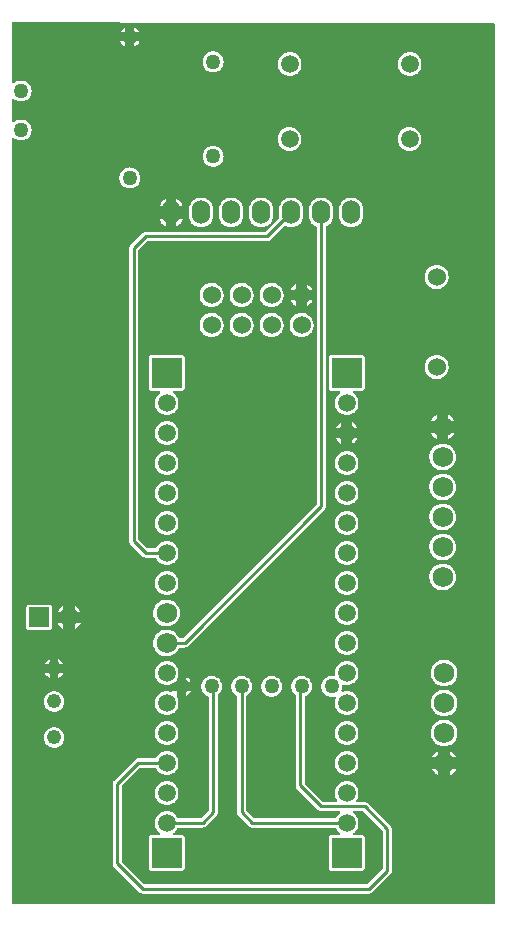
<source format=gbl>
G04 Layer: BottomLayer*
G04 EasyEDA v6.5.40, 2024-05-09 08:25:39*
G04 18a0beea18964d5d8ca67f77cddb8664,df7e7e3c38a3447abd37b529b333d242,10*
G04 Gerber Generator version 0.2*
G04 Scale: 100 percent, Rotated: No, Reflected: No *
G04 Dimensions in millimeters *
G04 leading zeros omitted , absolute positions ,4 integer and 5 decimal *
%FSLAX45Y45*%
%MOMM*%

%ADD10C,0.2540*%
%ADD11C,1.2600*%
%ADD12C,1.5240*%
%ADD13O,1.5400019999999999X1.9999959999999999*%
%ADD14C,1.5000*%
%ADD15C,1.7500*%
%ADD16R,2.5400X2.5400*%
%ADD17C,1.2116*%
%ADD18R,1.6510X1.6510*%
%ADD19C,1.6510*%
%ADD20C,1.7500*%
%ADD21C,0.0134*%

%LPD*%
G36*
X581660Y-660400D02*
G01*
X577748Y-659638D01*
X574497Y-657402D01*
X572262Y-654151D01*
X571500Y-650240D01*
X571500Y5819089D01*
X572262Y5823000D01*
X574497Y5826252D01*
X577748Y5828487D01*
X581660Y5829249D01*
X585571Y5828487D01*
X599643Y5818022D01*
X610768Y5811926D01*
X622655Y5807506D01*
X635050Y5804814D01*
X647700Y5803900D01*
X660349Y5804814D01*
X672744Y5807506D01*
X684631Y5811926D01*
X695756Y5818022D01*
X705916Y5825642D01*
X714857Y5834583D01*
X722477Y5844743D01*
X728522Y5855868D01*
X732993Y5867755D01*
X735685Y5880150D01*
X736600Y5892800D01*
X735685Y5905449D01*
X732993Y5917844D01*
X728522Y5929731D01*
X722477Y5940856D01*
X714857Y5951016D01*
X705916Y5959957D01*
X695756Y5967577D01*
X684631Y5973673D01*
X672744Y5978093D01*
X660349Y5980785D01*
X647700Y5981700D01*
X635050Y5980785D01*
X622655Y5978093D01*
X610768Y5973673D01*
X599643Y5967577D01*
X585571Y5957112D01*
X581660Y5956350D01*
X577748Y5957112D01*
X574497Y5959348D01*
X572262Y5962599D01*
X571500Y5966510D01*
X571500Y6149289D01*
X572262Y6153200D01*
X574497Y6156452D01*
X577748Y6158687D01*
X581660Y6159449D01*
X585571Y6158687D01*
X599643Y6148222D01*
X610768Y6142126D01*
X622655Y6137706D01*
X635050Y6135014D01*
X647700Y6134100D01*
X660349Y6135014D01*
X672744Y6137706D01*
X684631Y6142126D01*
X695756Y6148222D01*
X705916Y6155842D01*
X714857Y6164783D01*
X722477Y6174943D01*
X728522Y6186068D01*
X732993Y6197955D01*
X735685Y6210350D01*
X736600Y6223000D01*
X735685Y6235649D01*
X732993Y6248044D01*
X728522Y6259931D01*
X722477Y6271056D01*
X714857Y6281216D01*
X705916Y6290157D01*
X695756Y6297777D01*
X684631Y6303873D01*
X672744Y6308293D01*
X660349Y6310985D01*
X647700Y6311900D01*
X635050Y6310985D01*
X622655Y6308293D01*
X610768Y6303873D01*
X599643Y6297777D01*
X585571Y6287312D01*
X581660Y6286550D01*
X577748Y6287312D01*
X574497Y6289548D01*
X572262Y6292799D01*
X571500Y6296710D01*
X571500Y6797040D01*
X572262Y6800951D01*
X574497Y6804202D01*
X577748Y6806438D01*
X581660Y6807200D01*
X1481683Y6807200D01*
X1485595Y6806438D01*
X1488897Y6804202D01*
X1497888Y6795211D01*
X1499616Y6794500D01*
X4650740Y6794500D01*
X4654651Y6793738D01*
X4657902Y6791502D01*
X4660138Y6788251D01*
X4660900Y6784340D01*
X4660900Y-650240D01*
X4660138Y-654151D01*
X4657902Y-657402D01*
X4654651Y-659638D01*
X4650740Y-660400D01*
G37*

%LPC*%
G36*
X1676907Y-572008D02*
G01*
X3593592Y-572008D01*
X3601618Y-571195D01*
X3608832Y-569010D01*
X3615537Y-565454D01*
X3621735Y-560324D01*
X3773424Y-408635D01*
X3778554Y-402437D01*
X3782110Y-395732D01*
X3784295Y-388518D01*
X3785108Y-380492D01*
X3785108Y-25908D01*
X3784295Y-17881D01*
X3782110Y-10668D01*
X3778554Y-3962D01*
X3773424Y2235D01*
X3583635Y192024D01*
X3577437Y197154D01*
X3570732Y200710D01*
X3563518Y202895D01*
X3555492Y203708D01*
X3493008Y203708D01*
X3488740Y204673D01*
X3485286Y207314D01*
X3483254Y211175D01*
X3483000Y215544D01*
X3484676Y219608D01*
X3490417Y227990D01*
X3496462Y240029D01*
X3500882Y252729D01*
X3503574Y265938D01*
X3504488Y279400D01*
X3503574Y292862D01*
X3500882Y306070D01*
X3496462Y318770D01*
X3490417Y330809D01*
X3482797Y341934D01*
X3473754Y351942D01*
X3463442Y360629D01*
X3452063Y367893D01*
X3439871Y373532D01*
X3426968Y377545D01*
X3413709Y379780D01*
X3400247Y380238D01*
X3386836Y378866D01*
X3373729Y375767D01*
X3361131Y370890D01*
X3349294Y364439D01*
X3338474Y356463D01*
X3328771Y347065D01*
X3320440Y336499D01*
X3313582Y324916D01*
X3308299Y312470D01*
X3304743Y299516D01*
X3302965Y286156D01*
X3302965Y272643D01*
X3304743Y259283D01*
X3308299Y246329D01*
X3313582Y233883D01*
X3320440Y222300D01*
X3322116Y220167D01*
X3324047Y216103D01*
X3324047Y211582D01*
X3322065Y207517D01*
X3318560Y204724D01*
X3314141Y203708D01*
X3207918Y203708D01*
X3204006Y204470D01*
X3200704Y206705D01*
X3051505Y355904D01*
X3049270Y359206D01*
X3048508Y363118D01*
X3048508Y1089964D01*
X3049320Y1093978D01*
X3051657Y1097330D01*
X3055112Y1099515D01*
X3059531Y1101140D01*
X3070656Y1107236D01*
X3080816Y1114806D01*
X3089757Y1123797D01*
X3097377Y1133957D01*
X3103422Y1145082D01*
X3107893Y1156970D01*
X3110585Y1169365D01*
X3111500Y1182014D01*
X3110585Y1194663D01*
X3107893Y1207058D01*
X3103422Y1218946D01*
X3097377Y1230071D01*
X3089757Y1240180D01*
X3080816Y1249172D01*
X3070656Y1256792D01*
X3059531Y1262837D01*
X3047644Y1267256D01*
X3035249Y1270000D01*
X3022600Y1270863D01*
X3009950Y1270000D01*
X2997555Y1267256D01*
X2985668Y1262837D01*
X2974543Y1256792D01*
X2964383Y1249172D01*
X2955442Y1240180D01*
X2947822Y1230071D01*
X2941726Y1218946D01*
X2937306Y1207058D01*
X2934614Y1194663D01*
X2933700Y1182014D01*
X2934614Y1169365D01*
X2937306Y1156970D01*
X2941726Y1145082D01*
X2947822Y1133957D01*
X2955442Y1123797D01*
X2964383Y1114806D01*
X2967228Y1112723D01*
X2969412Y1110488D01*
X2970834Y1107694D01*
X2971292Y1104595D01*
X2971292Y343408D01*
X2972104Y335381D01*
X2974289Y328168D01*
X2977845Y321462D01*
X2982976Y315264D01*
X3160064Y138176D01*
X3166262Y133045D01*
X3172968Y129489D01*
X3180181Y127304D01*
X3188208Y126492D01*
X3340201Y126492D01*
X3344316Y125628D01*
X3347720Y123139D01*
X3349853Y119481D01*
X3350310Y115316D01*
X3349040Y111302D01*
X3346196Y108153D01*
X3338474Y102463D01*
X3328771Y93065D01*
X3320440Y82499D01*
X3311042Y66954D01*
X3307791Y64769D01*
X3303930Y64008D01*
X2623718Y64008D01*
X2619806Y64769D01*
X2616504Y67005D01*
X2556205Y127304D01*
X2553970Y130606D01*
X2553208Y134518D01*
X2553208Y1096060D01*
X2553868Y1099616D01*
X2555697Y1102715D01*
X2558491Y1104950D01*
X2562656Y1107236D01*
X2572816Y1114806D01*
X2581757Y1123797D01*
X2589377Y1133957D01*
X2595473Y1145082D01*
X2599893Y1156970D01*
X2602585Y1169365D01*
X2603500Y1182014D01*
X2602585Y1194663D01*
X2599893Y1207058D01*
X2595473Y1218946D01*
X2589377Y1230071D01*
X2581757Y1240180D01*
X2572816Y1249172D01*
X2562656Y1256792D01*
X2551531Y1262837D01*
X2539644Y1267256D01*
X2527249Y1270000D01*
X2514600Y1270863D01*
X2501950Y1270000D01*
X2489555Y1267256D01*
X2477668Y1262837D01*
X2466543Y1256792D01*
X2456383Y1249172D01*
X2447442Y1240180D01*
X2439822Y1230071D01*
X2433726Y1218946D01*
X2429306Y1207058D01*
X2426614Y1194663D01*
X2425700Y1182014D01*
X2426614Y1169365D01*
X2429306Y1156970D01*
X2433726Y1145082D01*
X2439822Y1133957D01*
X2447442Y1123797D01*
X2456383Y1114806D01*
X2466543Y1107236D01*
X2470708Y1104950D01*
X2473502Y1102715D01*
X2475331Y1099616D01*
X2475992Y1096060D01*
X2475992Y114808D01*
X2476804Y106781D01*
X2478989Y99568D01*
X2482545Y92862D01*
X2487676Y86664D01*
X2575864Y-1524D01*
X2582062Y-6654D01*
X2588768Y-10210D01*
X2595981Y-12395D01*
X2604008Y-13208D01*
X3303930Y-13208D01*
X3307791Y-13970D01*
X3311042Y-16154D01*
X3320440Y-31699D01*
X3328771Y-42265D01*
X3338474Y-51663D01*
X3346196Y-57353D01*
X3349040Y-60502D01*
X3350310Y-64516D01*
X3349853Y-68681D01*
X3347720Y-72339D01*
X3344316Y-74828D01*
X3340201Y-75692D01*
X3277158Y-75692D01*
X3270859Y-76403D01*
X3265373Y-78333D01*
X3260496Y-81381D01*
X3256381Y-85496D01*
X3253333Y-90373D01*
X3251403Y-95859D01*
X3250692Y-102158D01*
X3250692Y-355041D01*
X3251403Y-361340D01*
X3253333Y-366826D01*
X3256381Y-371703D01*
X3260496Y-375818D01*
X3265373Y-378866D01*
X3270859Y-380796D01*
X3277158Y-381508D01*
X3530041Y-381508D01*
X3536340Y-380796D01*
X3541826Y-378866D01*
X3546703Y-375818D01*
X3550818Y-371703D01*
X3553866Y-366826D01*
X3555796Y-361340D01*
X3556508Y-355041D01*
X3556508Y-102158D01*
X3555796Y-95859D01*
X3553866Y-90373D01*
X3550818Y-85496D01*
X3546703Y-81381D01*
X3541826Y-78333D01*
X3536340Y-76403D01*
X3530041Y-75692D01*
X3467100Y-75692D01*
X3462883Y-74777D01*
X3459429Y-72186D01*
X3457346Y-68376D01*
X3457041Y-64058D01*
X3458565Y-59994D01*
X3461664Y-56946D01*
X3463442Y-55829D01*
X3473754Y-47142D01*
X3482797Y-37134D01*
X3490417Y-26009D01*
X3496462Y-13970D01*
X3500882Y-1270D01*
X3503574Y11938D01*
X3504488Y25400D01*
X3503574Y38862D01*
X3500882Y52069D01*
X3496462Y64769D01*
X3490417Y76809D01*
X3482797Y87934D01*
X3473754Y97942D01*
X3463442Y106629D01*
X3461664Y107746D01*
X3458565Y110794D01*
X3457041Y114858D01*
X3457346Y119176D01*
X3459429Y122986D01*
X3462883Y125577D01*
X3467100Y126492D01*
X3535781Y126492D01*
X3539693Y125730D01*
X3542995Y123494D01*
X3704894Y-38404D01*
X3707129Y-41706D01*
X3707892Y-45618D01*
X3707892Y-360781D01*
X3707129Y-364693D01*
X3704894Y-367995D01*
X3581095Y-491794D01*
X3577793Y-494030D01*
X3573881Y-494792D01*
X1696618Y-494792D01*
X1692706Y-494030D01*
X1689404Y-491794D01*
X1502105Y-304495D01*
X1499870Y-301193D01*
X1499108Y-297281D01*
X1499108Y335381D01*
X1499870Y339293D01*
X1502105Y342595D01*
X1651304Y491794D01*
X1654606Y494030D01*
X1658518Y494792D01*
X1779930Y494792D01*
X1783791Y494030D01*
X1787042Y491845D01*
X1796440Y476300D01*
X1804771Y465734D01*
X1814474Y456336D01*
X1825294Y448360D01*
X1837131Y441909D01*
X1849729Y437032D01*
X1862836Y433933D01*
X1876247Y432562D01*
X1889709Y433019D01*
X1902968Y435254D01*
X1915871Y439267D01*
X1928063Y444906D01*
X1939442Y452170D01*
X1949754Y460857D01*
X1958797Y470865D01*
X1966417Y481990D01*
X1972462Y494030D01*
X1976882Y506730D01*
X1979574Y519938D01*
X1980488Y533400D01*
X1979574Y546862D01*
X1976882Y560070D01*
X1972462Y572770D01*
X1966417Y584809D01*
X1958797Y595934D01*
X1949754Y605942D01*
X1939442Y614629D01*
X1928063Y621893D01*
X1915871Y627532D01*
X1902968Y631545D01*
X1889709Y633780D01*
X1876247Y634238D01*
X1862836Y632866D01*
X1849729Y629767D01*
X1837131Y624890D01*
X1825294Y618439D01*
X1814474Y610463D01*
X1804771Y601065D01*
X1796440Y590499D01*
X1787042Y574954D01*
X1783791Y572770D01*
X1779930Y572008D01*
X1638807Y572008D01*
X1630781Y571195D01*
X1623568Y569010D01*
X1616862Y565454D01*
X1610664Y560324D01*
X1433576Y383235D01*
X1428445Y377037D01*
X1424889Y370332D01*
X1422704Y363118D01*
X1421892Y355092D01*
X1421892Y-316992D01*
X1422704Y-325018D01*
X1424889Y-332232D01*
X1428445Y-338937D01*
X1433576Y-345135D01*
X1648764Y-560324D01*
X1654962Y-565454D01*
X1661668Y-569010D01*
X1668881Y-571195D01*
G37*
G36*
X1753158Y-381508D02*
G01*
X2006041Y-381508D01*
X2012340Y-380796D01*
X2017826Y-378866D01*
X2022703Y-375818D01*
X2026818Y-371703D01*
X2029866Y-366826D01*
X2031796Y-361340D01*
X2032507Y-355041D01*
X2032507Y-102158D01*
X2031796Y-95859D01*
X2029866Y-90373D01*
X2026818Y-85496D01*
X2022703Y-81381D01*
X2017826Y-78333D01*
X2012340Y-76403D01*
X2006041Y-75692D01*
X1943100Y-75692D01*
X1938883Y-74777D01*
X1935429Y-72186D01*
X1933346Y-68376D01*
X1933041Y-64058D01*
X1934565Y-59994D01*
X1937664Y-56946D01*
X1939442Y-55829D01*
X1949754Y-47142D01*
X1958797Y-37134D01*
X1966417Y-26009D01*
X1970074Y-18796D01*
X1972310Y-15849D01*
X1975459Y-13868D01*
X1979117Y-13208D01*
X2183892Y-13208D01*
X2191918Y-12395D01*
X2199132Y-10210D01*
X2205837Y-6654D01*
X2212035Y-1524D01*
X2300224Y86664D01*
X2305354Y92862D01*
X2308910Y99568D01*
X2311095Y106781D01*
X2311908Y114808D01*
X2311908Y1104595D01*
X2312365Y1107694D01*
X2313787Y1110488D01*
X2315972Y1112723D01*
X2318816Y1114806D01*
X2327757Y1123797D01*
X2335377Y1133957D01*
X2341473Y1145082D01*
X2345893Y1156970D01*
X2348585Y1169365D01*
X2349500Y1182014D01*
X2348585Y1194663D01*
X2345893Y1207058D01*
X2341473Y1218946D01*
X2335377Y1230071D01*
X2327757Y1240180D01*
X2318816Y1249172D01*
X2308656Y1256792D01*
X2297531Y1262837D01*
X2285644Y1267256D01*
X2273249Y1270000D01*
X2260600Y1270863D01*
X2247950Y1270000D01*
X2235555Y1267256D01*
X2223668Y1262837D01*
X2212543Y1256792D01*
X2202383Y1249172D01*
X2193442Y1240180D01*
X2185822Y1230071D01*
X2179726Y1218946D01*
X2175306Y1207058D01*
X2172614Y1194663D01*
X2171700Y1182014D01*
X2172614Y1169365D01*
X2175306Y1156970D01*
X2179726Y1145082D01*
X2185822Y1133957D01*
X2193442Y1123797D01*
X2202383Y1114806D01*
X2212543Y1107236D01*
X2223668Y1101140D01*
X2228088Y1099515D01*
X2231542Y1097330D01*
X2233879Y1093978D01*
X2234692Y1089964D01*
X2234692Y134518D01*
X2233930Y130606D01*
X2231694Y127304D01*
X2171395Y67005D01*
X2168093Y64769D01*
X2164181Y64008D01*
X1979117Y64008D01*
X1975459Y64668D01*
X1972310Y66649D01*
X1970074Y69596D01*
X1966417Y76809D01*
X1958797Y87934D01*
X1949754Y97942D01*
X1939442Y106629D01*
X1928063Y113893D01*
X1915871Y119532D01*
X1902968Y123545D01*
X1889709Y125780D01*
X1876247Y126237D01*
X1862836Y124866D01*
X1849729Y121767D01*
X1837131Y116890D01*
X1825294Y110439D01*
X1814474Y102463D01*
X1804771Y93065D01*
X1796440Y82499D01*
X1789582Y70916D01*
X1784299Y58470D01*
X1780743Y45516D01*
X1778965Y32156D01*
X1778965Y18643D01*
X1780743Y5283D01*
X1784299Y-7670D01*
X1789582Y-20116D01*
X1796440Y-31699D01*
X1804771Y-42265D01*
X1814474Y-51663D01*
X1822196Y-57353D01*
X1825040Y-60502D01*
X1826310Y-64516D01*
X1825853Y-68681D01*
X1823720Y-72339D01*
X1820316Y-74828D01*
X1816201Y-75692D01*
X1753158Y-75692D01*
X1746859Y-76403D01*
X1741373Y-78333D01*
X1736496Y-81381D01*
X1732381Y-85496D01*
X1729333Y-90373D01*
X1727403Y-95859D01*
X1726692Y-102158D01*
X1726692Y-355041D01*
X1727403Y-361340D01*
X1729333Y-366826D01*
X1732381Y-371703D01*
X1736496Y-375818D01*
X1741373Y-378866D01*
X1746859Y-380796D01*
G37*
G36*
X1876247Y178562D02*
G01*
X1889709Y179019D01*
X1902968Y181254D01*
X1915871Y185267D01*
X1928063Y190906D01*
X1939442Y198170D01*
X1949754Y206857D01*
X1958797Y216865D01*
X1966417Y227990D01*
X1972462Y240029D01*
X1976882Y252729D01*
X1979574Y265938D01*
X1980488Y279400D01*
X1979574Y292862D01*
X1976882Y306070D01*
X1972462Y318770D01*
X1966417Y330809D01*
X1958797Y341934D01*
X1949754Y351942D01*
X1939442Y360629D01*
X1928063Y367893D01*
X1915871Y373532D01*
X1902968Y377545D01*
X1889709Y379780D01*
X1876247Y380238D01*
X1862836Y378866D01*
X1849729Y375767D01*
X1837131Y370890D01*
X1825294Y364439D01*
X1814474Y356463D01*
X1804771Y347065D01*
X1796440Y336499D01*
X1789582Y324916D01*
X1784299Y312470D01*
X1780743Y299516D01*
X1778965Y286156D01*
X1778965Y272643D01*
X1780743Y259283D01*
X1784299Y246329D01*
X1789582Y233883D01*
X1796440Y222300D01*
X1804771Y211734D01*
X1814474Y202336D01*
X1825294Y194360D01*
X1837131Y187909D01*
X1849729Y183032D01*
X1862836Y179933D01*
G37*
G36*
X4179011Y431952D02*
G01*
X4179011Y483311D01*
X4127601Y483311D01*
X4132122Y474624D01*
X4140454Y462686D01*
X4150207Y451967D01*
X4161282Y442518D01*
X4173474Y434593D01*
G37*
G36*
X4279188Y431952D02*
G01*
X4284726Y434593D01*
X4296918Y442518D01*
X4307992Y451967D01*
X4317746Y462686D01*
X4326077Y474624D01*
X4330598Y483311D01*
X4279188Y483311D01*
G37*
G36*
X3400247Y432562D02*
G01*
X3413709Y433019D01*
X3426968Y435254D01*
X3439871Y439267D01*
X3452063Y444906D01*
X3463442Y452170D01*
X3473754Y460857D01*
X3482797Y470865D01*
X3490417Y481990D01*
X3496462Y494030D01*
X3500882Y506730D01*
X3503574Y519938D01*
X3504488Y533400D01*
X3503574Y546862D01*
X3500882Y560070D01*
X3496462Y572770D01*
X3490417Y584809D01*
X3482797Y595934D01*
X3473754Y605942D01*
X3463442Y614629D01*
X3452063Y621893D01*
X3439871Y627532D01*
X3426968Y631545D01*
X3413709Y633780D01*
X3400247Y634238D01*
X3386836Y632866D01*
X3373729Y629767D01*
X3361131Y624890D01*
X3349294Y618439D01*
X3338474Y610463D01*
X3328771Y601065D01*
X3320440Y590499D01*
X3313582Y578916D01*
X3308299Y566470D01*
X3304743Y553516D01*
X3302965Y540156D01*
X3302965Y526643D01*
X3304743Y513283D01*
X3308299Y500329D01*
X3313582Y487883D01*
X3320440Y476300D01*
X3328771Y465734D01*
X3338474Y456336D01*
X3349294Y448360D01*
X3361131Y441909D01*
X3373729Y437032D01*
X3386836Y433933D01*
G37*
G36*
X4279188Y583488D02*
G01*
X4330649Y583488D01*
X4329633Y585825D01*
X4322114Y598271D01*
X4313021Y609650D01*
X4302607Y619760D01*
X4290974Y628446D01*
X4279188Y635050D01*
G37*
G36*
X4127550Y583488D02*
G01*
X4179011Y583488D01*
X4179011Y635050D01*
X4167225Y628446D01*
X4155592Y619760D01*
X4145178Y609650D01*
X4136085Y598271D01*
X4128566Y585825D01*
G37*
G36*
X927100Y662838D02*
G01*
X939393Y663702D01*
X951484Y666343D01*
X963015Y670661D01*
X973836Y676554D01*
X983742Y683971D01*
X992428Y692658D01*
X999845Y702564D01*
X1005738Y713384D01*
X1010056Y724916D01*
X1012698Y737006D01*
X1013561Y749300D01*
X1012698Y761593D01*
X1010056Y773684D01*
X1005738Y785215D01*
X999845Y796036D01*
X992428Y805942D01*
X983742Y814628D01*
X973836Y822045D01*
X963015Y827938D01*
X951484Y832256D01*
X939393Y834898D01*
X927100Y835761D01*
X914806Y834898D01*
X902716Y832256D01*
X891184Y827938D01*
X880364Y822045D01*
X870458Y814628D01*
X861771Y805942D01*
X854354Y796036D01*
X848461Y785215D01*
X844143Y773684D01*
X841502Y761593D01*
X840638Y749300D01*
X841502Y737006D01*
X844143Y724916D01*
X848461Y713384D01*
X854354Y702564D01*
X861771Y692658D01*
X870458Y683971D01*
X880364Y676554D01*
X891184Y670661D01*
X902716Y666343D01*
X914806Y663702D01*
G37*
G36*
X4229100Y674014D02*
G01*
X4243578Y674928D01*
X4257852Y677722D01*
X4271670Y682294D01*
X4284726Y688594D01*
X4296918Y696518D01*
X4307992Y705967D01*
X4317746Y716686D01*
X4326077Y728624D01*
X4332782Y741527D01*
X4337812Y755142D01*
X4341012Y769315D01*
X4342434Y783742D01*
X4341977Y798271D01*
X4339640Y812647D01*
X4335526Y826566D01*
X4329633Y839825D01*
X4322114Y852271D01*
X4313021Y863650D01*
X4302607Y873760D01*
X4290974Y882446D01*
X4278274Y889558D01*
X4264812Y894994D01*
X4250791Y898702D01*
X4236364Y900531D01*
X4221835Y900531D01*
X4207408Y898702D01*
X4193387Y894994D01*
X4179925Y889558D01*
X4167225Y882446D01*
X4155592Y873760D01*
X4145178Y863650D01*
X4136085Y852271D01*
X4128566Y839825D01*
X4122674Y826566D01*
X4118559Y812647D01*
X4116222Y798271D01*
X4115765Y783742D01*
X4117187Y769315D01*
X4120387Y755142D01*
X4125417Y741527D01*
X4132122Y728624D01*
X4140454Y716686D01*
X4150207Y705967D01*
X4161282Y696518D01*
X4173474Y688594D01*
X4186529Y682294D01*
X4200347Y677722D01*
X4214622Y674928D01*
G37*
G36*
X1876247Y686562D02*
G01*
X1889709Y687019D01*
X1902968Y689254D01*
X1915871Y693267D01*
X1928063Y698906D01*
X1939442Y706170D01*
X1949754Y714857D01*
X1958797Y724865D01*
X1966417Y735990D01*
X1972462Y748030D01*
X1976882Y760730D01*
X1979574Y773938D01*
X1980488Y787400D01*
X1979574Y800862D01*
X1976882Y814069D01*
X1972462Y826769D01*
X1966417Y838809D01*
X1958797Y849934D01*
X1949754Y859942D01*
X1939442Y868629D01*
X1928063Y875893D01*
X1915871Y881532D01*
X1902968Y885545D01*
X1889709Y887780D01*
X1876247Y888237D01*
X1862836Y886866D01*
X1849729Y883767D01*
X1837131Y878890D01*
X1825294Y872439D01*
X1814474Y864463D01*
X1804771Y855065D01*
X1796440Y844499D01*
X1789582Y832916D01*
X1784299Y820470D01*
X1780743Y807516D01*
X1778965Y794156D01*
X1778965Y780643D01*
X1780743Y767283D01*
X1784299Y754329D01*
X1789582Y741883D01*
X1796440Y730300D01*
X1804771Y719734D01*
X1814474Y710336D01*
X1825294Y702360D01*
X1837131Y695909D01*
X1849729Y691032D01*
X1862836Y687933D01*
G37*
G36*
X3400247Y686562D02*
G01*
X3413709Y687019D01*
X3426968Y689254D01*
X3439871Y693267D01*
X3452063Y698906D01*
X3463442Y706170D01*
X3473754Y714857D01*
X3482797Y724865D01*
X3490417Y735990D01*
X3496462Y748030D01*
X3500882Y760730D01*
X3503574Y773938D01*
X3504488Y787400D01*
X3503574Y800862D01*
X3500882Y814069D01*
X3496462Y826769D01*
X3490417Y838809D01*
X3482797Y849934D01*
X3473754Y859942D01*
X3463442Y868629D01*
X3452063Y875893D01*
X3439871Y881532D01*
X3426968Y885545D01*
X3413709Y887780D01*
X3400247Y888237D01*
X3386836Y886866D01*
X3373729Y883767D01*
X3361131Y878890D01*
X3349294Y872439D01*
X3338474Y864463D01*
X3328771Y855065D01*
X3320440Y844499D01*
X3313582Y832916D01*
X3308299Y820470D01*
X3304743Y807516D01*
X3302965Y794156D01*
X3302965Y780643D01*
X3304743Y767283D01*
X3308299Y754329D01*
X3313582Y741883D01*
X3320440Y730300D01*
X3328771Y719734D01*
X3338474Y710336D01*
X3349294Y702360D01*
X3361131Y695909D01*
X3373729Y691032D01*
X3386836Y687933D01*
G37*
G36*
X4229100Y928014D02*
G01*
X4243578Y928928D01*
X4257852Y931722D01*
X4271670Y936294D01*
X4284726Y942594D01*
X4296918Y950518D01*
X4307992Y959967D01*
X4317746Y970686D01*
X4326077Y982624D01*
X4332782Y995527D01*
X4337812Y1009142D01*
X4341012Y1023315D01*
X4342434Y1037742D01*
X4341977Y1052271D01*
X4339640Y1066647D01*
X4335526Y1080566D01*
X4329633Y1093825D01*
X4322114Y1106271D01*
X4313021Y1117650D01*
X4302607Y1127760D01*
X4290974Y1136446D01*
X4278274Y1143558D01*
X4264812Y1148994D01*
X4250791Y1152702D01*
X4236364Y1154531D01*
X4221835Y1154531D01*
X4207408Y1152702D01*
X4193387Y1148994D01*
X4179925Y1143558D01*
X4167225Y1136446D01*
X4155592Y1127760D01*
X4145178Y1117650D01*
X4136085Y1106271D01*
X4128566Y1093825D01*
X4122674Y1080566D01*
X4118559Y1066647D01*
X4116222Y1052271D01*
X4115765Y1037742D01*
X4117187Y1023315D01*
X4120387Y1009142D01*
X4125417Y995527D01*
X4132122Y982624D01*
X4140454Y970686D01*
X4150207Y959967D01*
X4161282Y950518D01*
X4173474Y942594D01*
X4186529Y936294D01*
X4200347Y931722D01*
X4214622Y928928D01*
G37*
G36*
X1876247Y940562D02*
G01*
X1889709Y941019D01*
X1902968Y943254D01*
X1915871Y947267D01*
X1928063Y952906D01*
X1939442Y960170D01*
X1949754Y968857D01*
X1958797Y978865D01*
X1966417Y989990D01*
X1972462Y1002030D01*
X1976882Y1014730D01*
X1979574Y1027937D01*
X1980488Y1041400D01*
X1979574Y1054862D01*
X1976882Y1068070D01*
X1972462Y1080770D01*
X1969820Y1086002D01*
X1969007Y1088237D01*
X1968754Y1090574D01*
X1968754Y1144168D01*
X1924151Y1144168D01*
X1922373Y1140460D01*
X1919274Y1137818D01*
X1915363Y1136548D01*
X1911299Y1136954D01*
X1902968Y1139545D01*
X1889709Y1141780D01*
X1876247Y1142238D01*
X1862836Y1140866D01*
X1849729Y1137767D01*
X1837131Y1132890D01*
X1825294Y1126439D01*
X1814474Y1118463D01*
X1804771Y1109065D01*
X1796440Y1098499D01*
X1789582Y1086916D01*
X1784299Y1074470D01*
X1780743Y1061516D01*
X1778965Y1048156D01*
X1778965Y1034643D01*
X1780743Y1021283D01*
X1784299Y1008329D01*
X1789582Y995883D01*
X1796440Y984300D01*
X1804771Y973734D01*
X1814474Y964336D01*
X1825294Y956360D01*
X1837131Y949909D01*
X1849729Y945032D01*
X1862836Y941933D01*
G37*
G36*
X3400247Y940562D02*
G01*
X3413709Y941019D01*
X3426968Y943254D01*
X3439871Y947267D01*
X3452063Y952906D01*
X3463442Y960170D01*
X3473754Y968857D01*
X3482797Y978865D01*
X3490417Y989990D01*
X3496462Y1002030D01*
X3500882Y1014730D01*
X3503574Y1027937D01*
X3504488Y1041400D01*
X3503574Y1054862D01*
X3500882Y1068070D01*
X3496462Y1080770D01*
X3490417Y1092809D01*
X3482797Y1103934D01*
X3473754Y1113942D01*
X3463442Y1122629D01*
X3452063Y1129893D01*
X3439871Y1135532D01*
X3426968Y1139545D01*
X3413709Y1141780D01*
X3400247Y1142238D01*
X3386836Y1140866D01*
X3368801Y1136650D01*
X3364992Y1137412D01*
X3361791Y1139596D01*
X3359607Y1142746D01*
X3358794Y1146556D01*
X3359404Y1150366D01*
X3361893Y1156970D01*
X3364585Y1169365D01*
X3365500Y1182014D01*
X3365093Y1187500D01*
X3365500Y1191260D01*
X3367328Y1194612D01*
X3370224Y1197051D01*
X3373780Y1198321D01*
X3377590Y1198118D01*
X3386836Y1195933D01*
X3400247Y1194562D01*
X3413709Y1195019D01*
X3426968Y1197254D01*
X3439871Y1201267D01*
X3452063Y1206906D01*
X3463442Y1214170D01*
X3473754Y1222857D01*
X3482797Y1232865D01*
X3490417Y1243990D01*
X3496462Y1256030D01*
X3500882Y1268730D01*
X3503574Y1281938D01*
X3504488Y1295400D01*
X3503574Y1308862D01*
X3500882Y1322070D01*
X3496462Y1334770D01*
X3490417Y1346809D01*
X3482797Y1357934D01*
X3473754Y1367942D01*
X3463442Y1376629D01*
X3452063Y1383893D01*
X3439871Y1389532D01*
X3426968Y1393545D01*
X3413709Y1395780D01*
X3400247Y1396238D01*
X3386836Y1394866D01*
X3373729Y1391767D01*
X3361131Y1386890D01*
X3349294Y1380439D01*
X3338474Y1372463D01*
X3328771Y1363065D01*
X3320440Y1352499D01*
X3313582Y1340916D01*
X3308299Y1328470D01*
X3304743Y1315516D01*
X3302965Y1302156D01*
X3302965Y1288643D01*
X3304032Y1280718D01*
X3303778Y1276858D01*
X3302152Y1273352D01*
X3299256Y1270711D01*
X3295650Y1269339D01*
X3291789Y1269441D01*
X3289249Y1270000D01*
X3276600Y1270863D01*
X3263950Y1270000D01*
X3251555Y1267256D01*
X3239668Y1262837D01*
X3228543Y1256792D01*
X3218383Y1249172D01*
X3209442Y1240180D01*
X3201822Y1230071D01*
X3195726Y1218946D01*
X3191306Y1207058D01*
X3188614Y1194663D01*
X3187700Y1182014D01*
X3188614Y1169365D01*
X3191306Y1156970D01*
X3195726Y1145082D01*
X3201822Y1133957D01*
X3209442Y1123797D01*
X3218383Y1114806D01*
X3228543Y1107236D01*
X3239668Y1101140D01*
X3251555Y1096721D01*
X3263950Y1094028D01*
X3276600Y1093114D01*
X3289249Y1094028D01*
X3300171Y1096416D01*
X3304590Y1096365D01*
X3308553Y1094486D01*
X3311398Y1091082D01*
X3312515Y1086815D01*
X3311702Y1082497D01*
X3308299Y1074470D01*
X3304743Y1061516D01*
X3302965Y1048156D01*
X3302965Y1034643D01*
X3304743Y1021283D01*
X3308299Y1008329D01*
X3313582Y995883D01*
X3320440Y984300D01*
X3328771Y973734D01*
X3338474Y964336D01*
X3349294Y956360D01*
X3361131Y949909D01*
X3373729Y945032D01*
X3386836Y941933D01*
G37*
G36*
X927100Y967638D02*
G01*
X939393Y968502D01*
X951484Y971143D01*
X963015Y975461D01*
X973836Y981354D01*
X983742Y988771D01*
X992428Y997458D01*
X999845Y1007364D01*
X1005738Y1018184D01*
X1010056Y1029716D01*
X1012698Y1041806D01*
X1013561Y1054100D01*
X1012698Y1066393D01*
X1010056Y1078484D01*
X1005738Y1090015D01*
X999845Y1100836D01*
X992428Y1110742D01*
X983742Y1119428D01*
X973836Y1126845D01*
X963015Y1132738D01*
X951484Y1137056D01*
X939393Y1139698D01*
X927100Y1140561D01*
X914806Y1139698D01*
X902716Y1137056D01*
X891184Y1132738D01*
X880364Y1126845D01*
X870458Y1119428D01*
X861771Y1110742D01*
X854354Y1100836D01*
X848461Y1090015D01*
X844143Y1078484D01*
X841502Y1066393D01*
X840638Y1054100D01*
X841502Y1041806D01*
X844143Y1029716D01*
X848461Y1018184D01*
X854354Y1007364D01*
X861771Y997458D01*
X870458Y988771D01*
X880364Y981354D01*
X891184Y975461D01*
X902716Y971143D01*
X914806Y968502D01*
G37*
G36*
X2768600Y1093114D02*
G01*
X2781249Y1094028D01*
X2793644Y1096721D01*
X2805531Y1101140D01*
X2816656Y1107236D01*
X2826816Y1114806D01*
X2835757Y1123797D01*
X2843377Y1133957D01*
X2849422Y1145082D01*
X2853893Y1156970D01*
X2856585Y1169365D01*
X2857500Y1182014D01*
X2856585Y1194663D01*
X2853893Y1207058D01*
X2849422Y1218946D01*
X2843377Y1230071D01*
X2835757Y1240180D01*
X2826816Y1249172D01*
X2816656Y1256792D01*
X2805531Y1262837D01*
X2793644Y1267256D01*
X2781249Y1270000D01*
X2768600Y1270863D01*
X2755950Y1270000D01*
X2743555Y1267256D01*
X2731668Y1262837D01*
X2720543Y1256792D01*
X2710383Y1249172D01*
X2701442Y1240180D01*
X2693822Y1230071D01*
X2687726Y1218946D01*
X2683306Y1207058D01*
X2680614Y1194663D01*
X2679700Y1182014D01*
X2680614Y1169365D01*
X2683306Y1156970D01*
X2687726Y1145082D01*
X2693822Y1133957D01*
X2701442Y1123797D01*
X2710383Y1114806D01*
X2720543Y1107236D01*
X2731668Y1101140D01*
X2743555Y1096721D01*
X2755950Y1094028D01*
G37*
G36*
X2044446Y1101648D02*
G01*
X2054656Y1107236D01*
X2064816Y1114806D01*
X2073757Y1123797D01*
X2081377Y1133957D01*
X2086965Y1144168D01*
X2044446Y1144168D01*
G37*
G36*
X4229100Y1182014D02*
G01*
X4243578Y1182928D01*
X4257852Y1185722D01*
X4271670Y1190294D01*
X4284726Y1196594D01*
X4296918Y1204518D01*
X4307992Y1213967D01*
X4317746Y1224686D01*
X4326077Y1236624D01*
X4332782Y1249527D01*
X4337812Y1263142D01*
X4341012Y1277315D01*
X4342434Y1291742D01*
X4341977Y1306271D01*
X4339640Y1320647D01*
X4335526Y1334566D01*
X4329633Y1347825D01*
X4322114Y1360271D01*
X4313021Y1371650D01*
X4302607Y1381760D01*
X4290974Y1390446D01*
X4278274Y1397558D01*
X4264812Y1402994D01*
X4250791Y1406702D01*
X4236364Y1408531D01*
X4221835Y1408531D01*
X4207408Y1406702D01*
X4193387Y1402994D01*
X4179925Y1397558D01*
X4167225Y1390446D01*
X4155592Y1381760D01*
X4145178Y1371650D01*
X4136085Y1360271D01*
X4128566Y1347825D01*
X4122674Y1334566D01*
X4118559Y1320647D01*
X4116222Y1306271D01*
X4115765Y1291742D01*
X4117187Y1277315D01*
X4120387Y1263142D01*
X4125417Y1249527D01*
X4132122Y1236624D01*
X4140454Y1224686D01*
X4150207Y1213967D01*
X4161282Y1204518D01*
X4173474Y1196594D01*
X4186529Y1190294D01*
X4200347Y1185722D01*
X4214622Y1182928D01*
G37*
G36*
X1876247Y1194562D02*
G01*
X1889709Y1195019D01*
X1902968Y1197254D01*
X1915871Y1201267D01*
X1928063Y1206906D01*
X1939442Y1214170D01*
X1943303Y1217472D01*
X1946351Y1219250D01*
X1949856Y1219860D01*
X1968754Y1219860D01*
X1968754Y1246225D01*
X1969007Y1248562D01*
X1969820Y1250797D01*
X1972462Y1256030D01*
X1976882Y1268730D01*
X1979574Y1281938D01*
X1980488Y1295400D01*
X1979574Y1308862D01*
X1976882Y1322070D01*
X1972462Y1334770D01*
X1966417Y1346809D01*
X1958797Y1357934D01*
X1949754Y1367942D01*
X1939442Y1376629D01*
X1928063Y1383893D01*
X1915871Y1389532D01*
X1902968Y1393545D01*
X1889709Y1395780D01*
X1876247Y1396238D01*
X1862836Y1394866D01*
X1849729Y1391767D01*
X1837131Y1386890D01*
X1825294Y1380439D01*
X1814474Y1372463D01*
X1804771Y1363065D01*
X1796440Y1352499D01*
X1789582Y1340916D01*
X1784299Y1328470D01*
X1780743Y1315516D01*
X1778965Y1302156D01*
X1778965Y1288643D01*
X1780743Y1275283D01*
X1784299Y1262329D01*
X1789582Y1249883D01*
X1796440Y1238300D01*
X1804771Y1227734D01*
X1814474Y1218336D01*
X1825294Y1210360D01*
X1837131Y1203909D01*
X1849729Y1199032D01*
X1862836Y1195933D01*
G37*
G36*
X2044446Y1219860D02*
G01*
X2086965Y1219860D01*
X2081377Y1230071D01*
X2073757Y1240180D01*
X2064816Y1249172D01*
X2054656Y1256792D01*
X2044446Y1262329D01*
G37*
G36*
X890473Y1255268D02*
G01*
X890473Y1296873D01*
X848868Y1296873D01*
X854354Y1286764D01*
X861771Y1276858D01*
X870458Y1268171D01*
X880364Y1260754D01*
G37*
G36*
X963726Y1255268D02*
G01*
X973836Y1260754D01*
X983742Y1268171D01*
X992428Y1276858D01*
X999845Y1286764D01*
X1005332Y1296873D01*
X963726Y1296873D01*
G37*
G36*
X963726Y1370126D02*
G01*
X1005332Y1370126D01*
X999845Y1380236D01*
X992428Y1390142D01*
X983742Y1398828D01*
X973836Y1406245D01*
X963726Y1411732D01*
G37*
G36*
X848868Y1370126D02*
G01*
X890473Y1370126D01*
X890473Y1411732D01*
X880364Y1406245D01*
X870458Y1398828D01*
X861771Y1390142D01*
X854354Y1380236D01*
G37*
G36*
X1883257Y1436065D02*
G01*
X1897684Y1437487D01*
X1911857Y1440688D01*
X1925472Y1445717D01*
X1938375Y1452422D01*
X1950313Y1460754D01*
X1961032Y1470507D01*
X1970481Y1481582D01*
X1978406Y1493774D01*
X1983841Y1505051D01*
X1986076Y1508099D01*
X1989277Y1510080D01*
X1992985Y1510792D01*
X2031492Y1510792D01*
X2039518Y1511604D01*
X2046732Y1513789D01*
X2053437Y1517345D01*
X2059635Y1522476D01*
X3214624Y2677464D01*
X3219754Y2683662D01*
X3223310Y2690368D01*
X3225495Y2697581D01*
X3226308Y2705608D01*
X3226308Y5069535D01*
X3227019Y5073243D01*
X3229000Y5076393D01*
X3231997Y5078679D01*
X3239160Y5082184D01*
X3250336Y5089652D01*
X3260445Y5098542D01*
X3269335Y5108651D01*
X3276803Y5119878D01*
X3282746Y5131917D01*
X3287064Y5144668D01*
X3289706Y5157876D01*
X3290620Y5171643D01*
X3290620Y5216956D01*
X3289706Y5230723D01*
X3287064Y5243931D01*
X3282746Y5256682D01*
X3276803Y5268722D01*
X3269335Y5279948D01*
X3260445Y5290058D01*
X3250336Y5298948D01*
X3239160Y5306415D01*
X3227070Y5312359D01*
X3214319Y5316677D01*
X3201111Y5319318D01*
X3187700Y5320182D01*
X3174288Y5319318D01*
X3161080Y5316677D01*
X3148330Y5312359D01*
X3136239Y5306415D01*
X3125063Y5298948D01*
X3114954Y5290058D01*
X3106064Y5279948D01*
X3098596Y5268722D01*
X3092653Y5256682D01*
X3088335Y5243931D01*
X3085693Y5230723D01*
X3084779Y5216956D01*
X3084779Y5171643D01*
X3085693Y5157876D01*
X3088335Y5144668D01*
X3092653Y5131917D01*
X3098596Y5119878D01*
X3106064Y5108651D01*
X3114954Y5098542D01*
X3125063Y5089652D01*
X3136239Y5082184D01*
X3143402Y5078679D01*
X3146399Y5076393D01*
X3148380Y5073243D01*
X3149092Y5069535D01*
X3149092Y2725318D01*
X3148330Y2721406D01*
X3146094Y2718104D01*
X2018995Y1591005D01*
X2015693Y1588770D01*
X2011781Y1588008D01*
X1992985Y1588008D01*
X1989277Y1588719D01*
X1986076Y1590700D01*
X1983841Y1593748D01*
X1978406Y1605026D01*
X1970481Y1617218D01*
X1961032Y1628292D01*
X1950313Y1638046D01*
X1938375Y1646377D01*
X1925472Y1653082D01*
X1911857Y1658112D01*
X1897684Y1661312D01*
X1883257Y1662734D01*
X1868728Y1662277D01*
X1854352Y1659940D01*
X1840433Y1655825D01*
X1827174Y1649933D01*
X1814728Y1642414D01*
X1803349Y1633321D01*
X1793239Y1622907D01*
X1784553Y1611274D01*
X1777441Y1598574D01*
X1772005Y1585112D01*
X1768297Y1571091D01*
X1766468Y1556664D01*
X1766468Y1542135D01*
X1768297Y1527708D01*
X1772005Y1513687D01*
X1777441Y1500225D01*
X1784553Y1487525D01*
X1793239Y1475892D01*
X1803349Y1465478D01*
X1814728Y1456385D01*
X1827174Y1448866D01*
X1840433Y1442974D01*
X1854352Y1438859D01*
X1868728Y1436522D01*
G37*
G36*
X3400247Y1448562D02*
G01*
X3413709Y1449019D01*
X3426968Y1451254D01*
X3439871Y1455267D01*
X3452063Y1460906D01*
X3463442Y1468170D01*
X3473754Y1476857D01*
X3482797Y1486865D01*
X3490417Y1497990D01*
X3496462Y1510030D01*
X3500882Y1522730D01*
X3503574Y1535938D01*
X3504488Y1549400D01*
X3503574Y1562862D01*
X3500882Y1576070D01*
X3496462Y1588770D01*
X3490417Y1600809D01*
X3482797Y1611934D01*
X3473754Y1621942D01*
X3463442Y1630629D01*
X3452063Y1637893D01*
X3439871Y1643532D01*
X3426968Y1647545D01*
X3413709Y1649780D01*
X3400247Y1650238D01*
X3386836Y1648866D01*
X3373729Y1645767D01*
X3361131Y1640890D01*
X3349294Y1634439D01*
X3338474Y1626463D01*
X3328771Y1617065D01*
X3320440Y1606499D01*
X3313582Y1594916D01*
X3308299Y1582470D01*
X3304743Y1569516D01*
X3302965Y1556156D01*
X3302965Y1542643D01*
X3304743Y1529283D01*
X3308299Y1516329D01*
X3313582Y1503883D01*
X3320440Y1492300D01*
X3328771Y1481734D01*
X3338474Y1472336D01*
X3349294Y1464360D01*
X3361131Y1457909D01*
X3373729Y1453032D01*
X3386836Y1449933D01*
G37*
G36*
X718108Y1656842D02*
G01*
X882091Y1656842D01*
X888390Y1657553D01*
X893876Y1659483D01*
X898753Y1662531D01*
X902868Y1666646D01*
X905916Y1671523D01*
X907846Y1677009D01*
X908558Y1683308D01*
X908558Y1847291D01*
X907846Y1853590D01*
X905916Y1859076D01*
X902868Y1863953D01*
X898753Y1868068D01*
X893876Y1871116D01*
X888390Y1873046D01*
X882091Y1873757D01*
X718108Y1873757D01*
X711809Y1873046D01*
X706323Y1871116D01*
X701446Y1868068D01*
X697331Y1863953D01*
X694283Y1859076D01*
X692353Y1853590D01*
X691642Y1847291D01*
X691642Y1683308D01*
X692353Y1677009D01*
X694283Y1671523D01*
X697331Y1666646D01*
X701446Y1662531D01*
X706323Y1659483D01*
X711809Y1657553D01*
G37*
G36*
X1006500Y1668119D02*
G01*
X1006500Y1717649D01*
X956919Y1717649D01*
X960170Y1711096D01*
X968095Y1699310D01*
X977442Y1688642D01*
X988110Y1679295D01*
X999896Y1671370D01*
G37*
G36*
X1101750Y1668119D02*
G01*
X1108303Y1671370D01*
X1120089Y1679295D01*
X1130757Y1688642D01*
X1140104Y1699310D01*
X1148029Y1711096D01*
X1151280Y1717649D01*
X1101750Y1717649D01*
G37*
G36*
X1883257Y1690065D02*
G01*
X1897684Y1691487D01*
X1911857Y1694688D01*
X1925472Y1699717D01*
X1938375Y1706422D01*
X1950313Y1714754D01*
X1961032Y1724507D01*
X1970481Y1735582D01*
X1978406Y1747774D01*
X1984705Y1760829D01*
X1989277Y1774647D01*
X1992071Y1788922D01*
X1992985Y1803400D01*
X1992071Y1817878D01*
X1989277Y1832152D01*
X1984705Y1845970D01*
X1978406Y1859025D01*
X1970481Y1871218D01*
X1961032Y1882292D01*
X1950313Y1892046D01*
X1938375Y1900377D01*
X1925472Y1907082D01*
X1911857Y1912112D01*
X1897684Y1915312D01*
X1883257Y1916734D01*
X1868728Y1916277D01*
X1854352Y1913940D01*
X1840433Y1909825D01*
X1827174Y1903933D01*
X1814728Y1896414D01*
X1803349Y1887321D01*
X1793239Y1876907D01*
X1784553Y1865274D01*
X1777441Y1852574D01*
X1772005Y1839112D01*
X1768297Y1825091D01*
X1766468Y1810664D01*
X1766468Y1796135D01*
X1768297Y1781708D01*
X1772005Y1767687D01*
X1777441Y1754225D01*
X1784553Y1741525D01*
X1793239Y1729892D01*
X1803349Y1719478D01*
X1814728Y1710385D01*
X1827174Y1702866D01*
X1840433Y1696974D01*
X1854352Y1692859D01*
X1868728Y1690522D01*
G37*
G36*
X3400247Y1702562D02*
G01*
X3413709Y1703019D01*
X3426968Y1705254D01*
X3439871Y1709267D01*
X3452063Y1714906D01*
X3463442Y1722170D01*
X3473754Y1730857D01*
X3482797Y1740865D01*
X3490417Y1751990D01*
X3496462Y1764030D01*
X3500882Y1776730D01*
X3503574Y1789938D01*
X3504488Y1803400D01*
X3503574Y1816862D01*
X3500882Y1830070D01*
X3496462Y1842770D01*
X3490417Y1854809D01*
X3482797Y1865934D01*
X3473754Y1875942D01*
X3463442Y1884629D01*
X3452063Y1891893D01*
X3439871Y1897532D01*
X3426968Y1901545D01*
X3413709Y1903780D01*
X3400247Y1904238D01*
X3386836Y1902866D01*
X3373729Y1899767D01*
X3361131Y1894890D01*
X3349294Y1888439D01*
X3338474Y1880463D01*
X3328771Y1871065D01*
X3320440Y1860499D01*
X3313582Y1848916D01*
X3308299Y1836470D01*
X3304743Y1823516D01*
X3302965Y1810156D01*
X3302965Y1796643D01*
X3304743Y1783283D01*
X3308299Y1770329D01*
X3313582Y1757883D01*
X3320440Y1746300D01*
X3328771Y1735734D01*
X3338474Y1726336D01*
X3349294Y1718360D01*
X3361131Y1711909D01*
X3373729Y1707032D01*
X3386836Y1703933D01*
G37*
G36*
X956919Y1812899D02*
G01*
X1006500Y1812899D01*
X1006500Y1862480D01*
X999896Y1859229D01*
X988110Y1851304D01*
X977442Y1841957D01*
X968095Y1831289D01*
X960170Y1819503D01*
G37*
G36*
X1101750Y1812899D02*
G01*
X1151280Y1812899D01*
X1148029Y1819503D01*
X1140104Y1831289D01*
X1130757Y1841957D01*
X1120089Y1851304D01*
X1108303Y1859229D01*
X1101750Y1862480D01*
G37*
G36*
X1876247Y1956562D02*
G01*
X1889709Y1957019D01*
X1902968Y1959254D01*
X1915871Y1963267D01*
X1928063Y1968906D01*
X1939442Y1976170D01*
X1949754Y1984857D01*
X1958797Y1994865D01*
X1966417Y2005990D01*
X1972462Y2018030D01*
X1976882Y2030730D01*
X1979574Y2043938D01*
X1980488Y2057400D01*
X1979574Y2070862D01*
X1976882Y2084070D01*
X1972462Y2096770D01*
X1966417Y2108809D01*
X1958797Y2119934D01*
X1949754Y2129942D01*
X1939442Y2138629D01*
X1928063Y2145893D01*
X1915871Y2151532D01*
X1902968Y2155545D01*
X1889709Y2157780D01*
X1876247Y2158238D01*
X1862836Y2156866D01*
X1849729Y2153767D01*
X1837131Y2148890D01*
X1825294Y2142439D01*
X1814474Y2134463D01*
X1804771Y2125065D01*
X1796440Y2114499D01*
X1789582Y2102916D01*
X1784299Y2090470D01*
X1780743Y2077516D01*
X1778965Y2064156D01*
X1778965Y2050643D01*
X1780743Y2037283D01*
X1784299Y2024329D01*
X1789582Y2011883D01*
X1796440Y2000300D01*
X1804771Y1989734D01*
X1814474Y1980336D01*
X1825294Y1972360D01*
X1837131Y1965909D01*
X1849729Y1961032D01*
X1862836Y1957933D01*
G37*
G36*
X3400247Y1956562D02*
G01*
X3413709Y1957019D01*
X3426968Y1959254D01*
X3439871Y1963267D01*
X3452063Y1968906D01*
X3463442Y1976170D01*
X3473754Y1984857D01*
X3482797Y1994865D01*
X3490417Y2005990D01*
X3496462Y2018030D01*
X3500882Y2030730D01*
X3503574Y2043938D01*
X3504488Y2057400D01*
X3503574Y2070862D01*
X3500882Y2084070D01*
X3496462Y2096770D01*
X3490417Y2108809D01*
X3482797Y2119934D01*
X3473754Y2129942D01*
X3463442Y2138629D01*
X3452063Y2145893D01*
X3439871Y2151532D01*
X3426968Y2155545D01*
X3413709Y2157780D01*
X3400247Y2158238D01*
X3386836Y2156866D01*
X3373729Y2153767D01*
X3361131Y2148890D01*
X3349294Y2142439D01*
X3338474Y2134463D01*
X3328771Y2125065D01*
X3320440Y2114499D01*
X3313582Y2102916D01*
X3308299Y2090470D01*
X3304743Y2077516D01*
X3302965Y2064156D01*
X3302965Y2050643D01*
X3304743Y2037283D01*
X3308299Y2024329D01*
X3313582Y2011883D01*
X3320440Y2000300D01*
X3328771Y1989734D01*
X3338474Y1980336D01*
X3349294Y1972360D01*
X3361131Y1965909D01*
X3373729Y1961032D01*
X3386836Y1957933D01*
G37*
G36*
X4209135Y1995068D02*
G01*
X4223664Y1995068D01*
X4238091Y1996897D01*
X4252112Y2000605D01*
X4265574Y2006041D01*
X4278274Y2013153D01*
X4289907Y2021839D01*
X4300321Y2031949D01*
X4309414Y2043328D01*
X4316933Y2055774D01*
X4322826Y2069033D01*
X4326940Y2082952D01*
X4329277Y2097328D01*
X4329734Y2111857D01*
X4328312Y2126284D01*
X4325112Y2140458D01*
X4320082Y2154123D01*
X4313377Y2166975D01*
X4305046Y2178913D01*
X4295292Y2189632D01*
X4284218Y2199081D01*
X4272026Y2207006D01*
X4258970Y2213305D01*
X4245152Y2217877D01*
X4230878Y2220671D01*
X4216400Y2221585D01*
X4201922Y2220671D01*
X4187647Y2217877D01*
X4173829Y2213305D01*
X4160774Y2207006D01*
X4148582Y2199081D01*
X4137507Y2189632D01*
X4127754Y2178913D01*
X4119422Y2166975D01*
X4112717Y2154123D01*
X4107687Y2140458D01*
X4104487Y2126284D01*
X4103065Y2111857D01*
X4103522Y2097328D01*
X4105859Y2082952D01*
X4109974Y2069033D01*
X4115866Y2055774D01*
X4123385Y2043328D01*
X4132478Y2031949D01*
X4142892Y2021839D01*
X4154525Y2013153D01*
X4167225Y2006041D01*
X4180687Y2000605D01*
X4194708Y1996897D01*
G37*
G36*
X3400247Y2210562D02*
G01*
X3413709Y2211019D01*
X3426968Y2213254D01*
X3439871Y2217267D01*
X3452063Y2222906D01*
X3463442Y2230170D01*
X3473754Y2238857D01*
X3482797Y2248865D01*
X3490417Y2259990D01*
X3496462Y2272030D01*
X3500882Y2284730D01*
X3503574Y2297938D01*
X3504488Y2311400D01*
X3503574Y2324862D01*
X3500882Y2338070D01*
X3496462Y2350770D01*
X3490417Y2362809D01*
X3482797Y2373934D01*
X3473754Y2383942D01*
X3463442Y2392629D01*
X3452063Y2399893D01*
X3439871Y2405532D01*
X3426968Y2409545D01*
X3413709Y2411780D01*
X3400247Y2412238D01*
X3386836Y2410866D01*
X3373729Y2407767D01*
X3361131Y2402890D01*
X3349294Y2396439D01*
X3338474Y2388463D01*
X3328771Y2379065D01*
X3320440Y2368499D01*
X3313582Y2356916D01*
X3308299Y2344470D01*
X3304743Y2331516D01*
X3302965Y2318156D01*
X3302965Y2304643D01*
X3304743Y2291283D01*
X3308299Y2278329D01*
X3313582Y2265883D01*
X3320440Y2254300D01*
X3328771Y2243734D01*
X3338474Y2234336D01*
X3349294Y2226360D01*
X3361131Y2219909D01*
X3373729Y2215032D01*
X3386836Y2211933D01*
G37*
G36*
X1876247Y2210562D02*
G01*
X1889709Y2211019D01*
X1902968Y2213254D01*
X1915871Y2217267D01*
X1928063Y2222906D01*
X1939442Y2230170D01*
X1949754Y2238857D01*
X1958797Y2248865D01*
X1966417Y2259990D01*
X1972462Y2272030D01*
X1976882Y2284730D01*
X1979574Y2297938D01*
X1980488Y2311400D01*
X1979574Y2324862D01*
X1976882Y2338070D01*
X1972462Y2350770D01*
X1966417Y2362809D01*
X1958797Y2373934D01*
X1949754Y2383942D01*
X1939442Y2392629D01*
X1928063Y2399893D01*
X1915871Y2405532D01*
X1902968Y2409545D01*
X1889709Y2411780D01*
X1876247Y2412238D01*
X1862836Y2410866D01*
X1849729Y2407767D01*
X1837131Y2402890D01*
X1825294Y2396439D01*
X1814474Y2388463D01*
X1804771Y2379065D01*
X1796440Y2368499D01*
X1787042Y2352954D01*
X1783791Y2350770D01*
X1779930Y2350008D01*
X1722018Y2350008D01*
X1718106Y2350770D01*
X1714804Y2353005D01*
X1641805Y2426004D01*
X1639570Y2429306D01*
X1638807Y2433218D01*
X1638807Y4869281D01*
X1639570Y4873193D01*
X1641805Y4876495D01*
X1714804Y4949494D01*
X1718106Y4951730D01*
X1722018Y4952492D01*
X2729992Y4952492D01*
X2738018Y4953304D01*
X2745232Y4955489D01*
X2751937Y4959045D01*
X2758135Y4964176D01*
X2873044Y5079034D01*
X2876550Y5081320D01*
X2880664Y5082032D01*
X2884728Y5080965D01*
X2894330Y5076240D01*
X2907080Y5071922D01*
X2920288Y5069281D01*
X2933700Y5068417D01*
X2947111Y5069281D01*
X2960319Y5071922D01*
X2973070Y5076240D01*
X2985160Y5082184D01*
X2996336Y5089652D01*
X3006445Y5098542D01*
X3015335Y5108651D01*
X3022803Y5119878D01*
X3028746Y5131917D01*
X3033064Y5144668D01*
X3035706Y5157876D01*
X3036620Y5171643D01*
X3036620Y5216956D01*
X3035706Y5230723D01*
X3033064Y5243931D01*
X3028746Y5256682D01*
X3022803Y5268722D01*
X3015335Y5279948D01*
X3006445Y5290058D01*
X2996336Y5298948D01*
X2985160Y5306415D01*
X2973070Y5312359D01*
X2960319Y5316677D01*
X2947111Y5319318D01*
X2933700Y5320182D01*
X2920288Y5319318D01*
X2907080Y5316677D01*
X2894330Y5312359D01*
X2882239Y5306415D01*
X2871063Y5298948D01*
X2860954Y5290058D01*
X2852064Y5279948D01*
X2844596Y5268722D01*
X2838653Y5256682D01*
X2834335Y5243931D01*
X2831693Y5230723D01*
X2830779Y5216956D01*
X2830779Y5171643D01*
X2831693Y5157876D01*
X2832455Y5154015D01*
X2832557Y5150713D01*
X2831592Y5147564D01*
X2829661Y5144871D01*
X2717495Y5032705D01*
X2714193Y5030470D01*
X2710281Y5029708D01*
X1702307Y5029708D01*
X1694281Y5028895D01*
X1687068Y5026710D01*
X1680362Y5023154D01*
X1674164Y5018024D01*
X1573276Y4917135D01*
X1568145Y4910937D01*
X1564589Y4904232D01*
X1562404Y4897018D01*
X1561592Y4888992D01*
X1561592Y2413508D01*
X1562404Y2405481D01*
X1564589Y2398268D01*
X1568145Y2391562D01*
X1573276Y2385364D01*
X1674164Y2284476D01*
X1680362Y2279345D01*
X1687068Y2275789D01*
X1694281Y2273604D01*
X1702307Y2272792D01*
X1779930Y2272792D01*
X1783791Y2272030D01*
X1787042Y2269845D01*
X1796440Y2254300D01*
X1804771Y2243734D01*
X1814474Y2234336D01*
X1825294Y2226360D01*
X1837131Y2219909D01*
X1849729Y2215032D01*
X1862836Y2211933D01*
G37*
G36*
X4209135Y2249068D02*
G01*
X4223664Y2249068D01*
X4238091Y2250897D01*
X4252112Y2254605D01*
X4265574Y2260041D01*
X4278274Y2267153D01*
X4289907Y2275840D01*
X4300321Y2285949D01*
X4309414Y2297328D01*
X4316933Y2309774D01*
X4322826Y2323033D01*
X4326940Y2336952D01*
X4329277Y2351328D01*
X4329734Y2365857D01*
X4328312Y2380284D01*
X4325112Y2394458D01*
X4320082Y2408123D01*
X4313377Y2420975D01*
X4305046Y2432913D01*
X4295292Y2443632D01*
X4284218Y2453081D01*
X4272026Y2461006D01*
X4258970Y2467305D01*
X4245152Y2471877D01*
X4230878Y2474671D01*
X4216400Y2475585D01*
X4201922Y2474671D01*
X4187647Y2471877D01*
X4173829Y2467305D01*
X4160774Y2461006D01*
X4148582Y2453081D01*
X4137507Y2443632D01*
X4127754Y2432913D01*
X4119422Y2420975D01*
X4112717Y2408123D01*
X4107687Y2394458D01*
X4104487Y2380284D01*
X4103065Y2365857D01*
X4103522Y2351328D01*
X4105859Y2336952D01*
X4109974Y2323033D01*
X4115866Y2309774D01*
X4123385Y2297328D01*
X4132478Y2285949D01*
X4142892Y2275840D01*
X4154525Y2267153D01*
X4167225Y2260041D01*
X4180687Y2254605D01*
X4194708Y2250897D01*
G37*
G36*
X1876247Y2464562D02*
G01*
X1889709Y2465019D01*
X1902968Y2467254D01*
X1915871Y2471267D01*
X1928063Y2476906D01*
X1939442Y2484170D01*
X1949754Y2492857D01*
X1958797Y2502865D01*
X1966417Y2513990D01*
X1972462Y2526030D01*
X1976882Y2538730D01*
X1979574Y2551938D01*
X1980488Y2565400D01*
X1979574Y2578862D01*
X1976882Y2592070D01*
X1972462Y2604770D01*
X1966417Y2616809D01*
X1958797Y2627934D01*
X1949754Y2637942D01*
X1939442Y2646629D01*
X1928063Y2653893D01*
X1915871Y2659532D01*
X1902968Y2663545D01*
X1889709Y2665780D01*
X1876247Y2666238D01*
X1862836Y2664866D01*
X1849729Y2661767D01*
X1837131Y2656890D01*
X1825294Y2650439D01*
X1814474Y2642463D01*
X1804771Y2633065D01*
X1796440Y2622499D01*
X1789582Y2610916D01*
X1784299Y2598470D01*
X1780743Y2585516D01*
X1778965Y2572156D01*
X1778965Y2558643D01*
X1780743Y2545283D01*
X1784299Y2532329D01*
X1789582Y2519883D01*
X1796440Y2508300D01*
X1804771Y2497734D01*
X1814474Y2488336D01*
X1825294Y2480360D01*
X1837131Y2473909D01*
X1849729Y2469032D01*
X1862836Y2465933D01*
G37*
G36*
X3400247Y2464562D02*
G01*
X3413709Y2465019D01*
X3426968Y2467254D01*
X3439871Y2471267D01*
X3452063Y2476906D01*
X3463442Y2484170D01*
X3473754Y2492857D01*
X3482797Y2502865D01*
X3490417Y2513990D01*
X3496462Y2526030D01*
X3500882Y2538730D01*
X3503574Y2551938D01*
X3504488Y2565400D01*
X3503574Y2578862D01*
X3500882Y2592070D01*
X3496462Y2604770D01*
X3490417Y2616809D01*
X3482797Y2627934D01*
X3473754Y2637942D01*
X3463442Y2646629D01*
X3452063Y2653893D01*
X3439871Y2659532D01*
X3426968Y2663545D01*
X3413709Y2665780D01*
X3400247Y2666238D01*
X3386836Y2664866D01*
X3373729Y2661767D01*
X3361131Y2656890D01*
X3349294Y2650439D01*
X3338474Y2642463D01*
X3328771Y2633065D01*
X3320440Y2622499D01*
X3313582Y2610916D01*
X3308299Y2598470D01*
X3304743Y2585516D01*
X3302965Y2572156D01*
X3302965Y2558643D01*
X3304743Y2545283D01*
X3308299Y2532329D01*
X3313582Y2519883D01*
X3320440Y2508300D01*
X3328771Y2497734D01*
X3338474Y2488336D01*
X3349294Y2480360D01*
X3361131Y2473909D01*
X3373729Y2469032D01*
X3386836Y2465933D01*
G37*
G36*
X4209135Y2503068D02*
G01*
X4223664Y2503068D01*
X4238091Y2504897D01*
X4252112Y2508605D01*
X4265574Y2514041D01*
X4278274Y2521153D01*
X4289907Y2529840D01*
X4300321Y2539949D01*
X4309414Y2551328D01*
X4316933Y2563774D01*
X4322826Y2577033D01*
X4326940Y2590952D01*
X4329277Y2605328D01*
X4329734Y2619857D01*
X4328312Y2634284D01*
X4325112Y2648458D01*
X4320082Y2662123D01*
X4313377Y2674975D01*
X4305046Y2686913D01*
X4295292Y2697632D01*
X4284218Y2707081D01*
X4272026Y2715006D01*
X4258970Y2721305D01*
X4245152Y2725877D01*
X4230878Y2728671D01*
X4216400Y2729585D01*
X4201922Y2728671D01*
X4187647Y2725877D01*
X4173829Y2721305D01*
X4160774Y2715006D01*
X4148582Y2707081D01*
X4137507Y2697632D01*
X4127754Y2686913D01*
X4119422Y2674975D01*
X4112717Y2662123D01*
X4107687Y2648458D01*
X4104487Y2634284D01*
X4103065Y2619857D01*
X4103522Y2605328D01*
X4105859Y2590952D01*
X4109974Y2577033D01*
X4115866Y2563774D01*
X4123385Y2551328D01*
X4132478Y2539949D01*
X4142892Y2529840D01*
X4154525Y2521153D01*
X4167225Y2514041D01*
X4180687Y2508605D01*
X4194708Y2504897D01*
G37*
G36*
X1876247Y2718562D02*
G01*
X1889709Y2719019D01*
X1902968Y2721254D01*
X1915871Y2725267D01*
X1928063Y2730906D01*
X1939442Y2738170D01*
X1949754Y2746857D01*
X1958797Y2756865D01*
X1966417Y2767990D01*
X1972462Y2780030D01*
X1976882Y2792730D01*
X1979574Y2805938D01*
X1980488Y2819400D01*
X1979574Y2832862D01*
X1976882Y2846070D01*
X1972462Y2858770D01*
X1966417Y2870809D01*
X1958797Y2881934D01*
X1949754Y2891942D01*
X1939442Y2900629D01*
X1928063Y2907893D01*
X1915871Y2913532D01*
X1902968Y2917545D01*
X1889709Y2919780D01*
X1876247Y2920238D01*
X1862836Y2918866D01*
X1849729Y2915767D01*
X1837131Y2910890D01*
X1825294Y2904439D01*
X1814474Y2896463D01*
X1804771Y2887065D01*
X1796440Y2876499D01*
X1789582Y2864916D01*
X1784299Y2852470D01*
X1780743Y2839516D01*
X1778965Y2826156D01*
X1778965Y2812643D01*
X1780743Y2799283D01*
X1784299Y2786329D01*
X1789582Y2773883D01*
X1796440Y2762300D01*
X1804771Y2751734D01*
X1814474Y2742336D01*
X1825294Y2734360D01*
X1837131Y2727909D01*
X1849729Y2723032D01*
X1862836Y2719933D01*
G37*
G36*
X3400247Y2718562D02*
G01*
X3413709Y2719019D01*
X3426968Y2721254D01*
X3439871Y2725267D01*
X3452063Y2730906D01*
X3463442Y2738170D01*
X3473754Y2746857D01*
X3482797Y2756865D01*
X3490417Y2767990D01*
X3496462Y2780030D01*
X3500882Y2792730D01*
X3503574Y2805938D01*
X3504488Y2819400D01*
X3503574Y2832862D01*
X3500882Y2846070D01*
X3496462Y2858770D01*
X3490417Y2870809D01*
X3482797Y2881934D01*
X3473754Y2891942D01*
X3463442Y2900629D01*
X3452063Y2907893D01*
X3439871Y2913532D01*
X3426968Y2917545D01*
X3413709Y2919780D01*
X3400247Y2920238D01*
X3386836Y2918866D01*
X3373729Y2915767D01*
X3361131Y2910890D01*
X3349294Y2904439D01*
X3338474Y2896463D01*
X3328771Y2887065D01*
X3320440Y2876499D01*
X3313582Y2864916D01*
X3308299Y2852470D01*
X3304743Y2839516D01*
X3302965Y2826156D01*
X3302965Y2812643D01*
X3304743Y2799283D01*
X3308299Y2786329D01*
X3313582Y2773883D01*
X3320440Y2762300D01*
X3328771Y2751734D01*
X3338474Y2742336D01*
X3349294Y2734360D01*
X3361131Y2727909D01*
X3373729Y2723032D01*
X3386836Y2719933D01*
G37*
G36*
X4209135Y2757068D02*
G01*
X4223664Y2757068D01*
X4238091Y2758897D01*
X4252112Y2762605D01*
X4265574Y2768041D01*
X4278274Y2775153D01*
X4289907Y2783840D01*
X4300321Y2793949D01*
X4309414Y2805328D01*
X4316933Y2817774D01*
X4322826Y2831033D01*
X4326940Y2844952D01*
X4329277Y2859328D01*
X4329734Y2873857D01*
X4328312Y2888284D01*
X4325112Y2902458D01*
X4320082Y2916072D01*
X4313377Y2928975D01*
X4305046Y2940913D01*
X4295292Y2951632D01*
X4284218Y2961081D01*
X4272026Y2969006D01*
X4258970Y2975305D01*
X4245152Y2979877D01*
X4230878Y2982671D01*
X4216400Y2983585D01*
X4201922Y2982671D01*
X4187647Y2979877D01*
X4173829Y2975305D01*
X4160774Y2969006D01*
X4148582Y2961081D01*
X4137507Y2951632D01*
X4127754Y2940913D01*
X4119422Y2928975D01*
X4112717Y2916072D01*
X4107687Y2902458D01*
X4104487Y2888284D01*
X4103065Y2873857D01*
X4103522Y2859328D01*
X4105859Y2844952D01*
X4109974Y2831033D01*
X4115866Y2817774D01*
X4123385Y2805328D01*
X4132478Y2793949D01*
X4142892Y2783840D01*
X4154525Y2775153D01*
X4167225Y2768041D01*
X4180687Y2762605D01*
X4194708Y2758897D01*
G37*
G36*
X1876247Y2972562D02*
G01*
X1889709Y2973019D01*
X1902968Y2975254D01*
X1915871Y2979267D01*
X1928063Y2984906D01*
X1939442Y2992170D01*
X1949754Y3000857D01*
X1958797Y3010865D01*
X1966417Y3021990D01*
X1972462Y3034030D01*
X1976882Y3046730D01*
X1979574Y3059938D01*
X1980488Y3073400D01*
X1979574Y3086862D01*
X1976882Y3100070D01*
X1972462Y3112770D01*
X1966417Y3124809D01*
X1958797Y3135934D01*
X1949754Y3145942D01*
X1939442Y3154629D01*
X1928063Y3161893D01*
X1915871Y3167532D01*
X1902968Y3171545D01*
X1889709Y3173780D01*
X1876247Y3174238D01*
X1862836Y3172866D01*
X1849729Y3169767D01*
X1837131Y3164890D01*
X1825294Y3158439D01*
X1814474Y3150463D01*
X1804771Y3141065D01*
X1796440Y3130499D01*
X1789582Y3118916D01*
X1784299Y3106470D01*
X1780743Y3093516D01*
X1778965Y3080156D01*
X1778965Y3066643D01*
X1780743Y3053283D01*
X1784299Y3040329D01*
X1789582Y3027883D01*
X1796440Y3016300D01*
X1804771Y3005734D01*
X1814474Y2996336D01*
X1825294Y2988360D01*
X1837131Y2981909D01*
X1849729Y2977032D01*
X1862836Y2973933D01*
G37*
G36*
X3400247Y2972562D02*
G01*
X3413709Y2973019D01*
X3426968Y2975254D01*
X3439871Y2979267D01*
X3452063Y2984906D01*
X3463442Y2992170D01*
X3473754Y3000857D01*
X3482797Y3010865D01*
X3490417Y3021990D01*
X3496462Y3034030D01*
X3500882Y3046730D01*
X3503574Y3059938D01*
X3504488Y3073400D01*
X3503574Y3086862D01*
X3500882Y3100070D01*
X3496462Y3112770D01*
X3490417Y3124809D01*
X3482797Y3135934D01*
X3473754Y3145942D01*
X3463442Y3154629D01*
X3452063Y3161893D01*
X3439871Y3167532D01*
X3426968Y3171545D01*
X3413709Y3173780D01*
X3400247Y3174238D01*
X3386836Y3172866D01*
X3373729Y3169767D01*
X3361131Y3164890D01*
X3349294Y3158439D01*
X3338474Y3150463D01*
X3328771Y3141065D01*
X3320440Y3130499D01*
X3313582Y3118916D01*
X3308299Y3106470D01*
X3304743Y3093516D01*
X3302965Y3080156D01*
X3302965Y3066643D01*
X3304743Y3053283D01*
X3308299Y3040329D01*
X3313582Y3027883D01*
X3320440Y3016300D01*
X3328771Y3005734D01*
X3338474Y2996336D01*
X3349294Y2988360D01*
X3361131Y2981909D01*
X3373729Y2977032D01*
X3386836Y2973933D01*
G37*
G36*
X4209135Y3011068D02*
G01*
X4223664Y3011068D01*
X4238091Y3012897D01*
X4252112Y3016605D01*
X4265574Y3022041D01*
X4278274Y3029153D01*
X4289907Y3037840D01*
X4300321Y3047949D01*
X4309414Y3059328D01*
X4316933Y3071774D01*
X4322826Y3085033D01*
X4326940Y3098952D01*
X4329277Y3113328D01*
X4329734Y3127857D01*
X4328312Y3142284D01*
X4325112Y3156458D01*
X4320082Y3170072D01*
X4313377Y3182975D01*
X4305046Y3194913D01*
X4295292Y3205632D01*
X4284218Y3215081D01*
X4272026Y3223006D01*
X4258970Y3229305D01*
X4245152Y3233877D01*
X4230878Y3236671D01*
X4216400Y3237585D01*
X4201922Y3236671D01*
X4187647Y3233877D01*
X4173829Y3229305D01*
X4160774Y3223006D01*
X4148582Y3215081D01*
X4137507Y3205632D01*
X4127754Y3194913D01*
X4119422Y3182975D01*
X4112717Y3170072D01*
X4107687Y3156458D01*
X4104487Y3142284D01*
X4103065Y3127857D01*
X4103522Y3113328D01*
X4105859Y3098952D01*
X4109974Y3085033D01*
X4115866Y3071774D01*
X4123385Y3059328D01*
X4132478Y3047949D01*
X4142892Y3037840D01*
X4154525Y3029153D01*
X4167225Y3022041D01*
X4180687Y3016605D01*
X4194708Y3012897D01*
G37*
G36*
X1876247Y3226562D02*
G01*
X1889709Y3227019D01*
X1902968Y3229254D01*
X1915871Y3233267D01*
X1928063Y3238906D01*
X1939442Y3246170D01*
X1949754Y3254857D01*
X1958797Y3264865D01*
X1966417Y3275990D01*
X1972462Y3288029D01*
X1976882Y3300729D01*
X1979574Y3313937D01*
X1980488Y3327400D01*
X1979574Y3340862D01*
X1976882Y3354070D01*
X1972462Y3366770D01*
X1966417Y3378809D01*
X1958797Y3389934D01*
X1949754Y3399942D01*
X1939442Y3408629D01*
X1928063Y3415893D01*
X1915871Y3421532D01*
X1902968Y3425545D01*
X1889709Y3427780D01*
X1876247Y3428237D01*
X1862836Y3426866D01*
X1849729Y3423767D01*
X1837131Y3418890D01*
X1825294Y3412439D01*
X1814474Y3404463D01*
X1804771Y3395065D01*
X1796440Y3384499D01*
X1789582Y3372916D01*
X1784299Y3360470D01*
X1780743Y3347516D01*
X1778965Y3334156D01*
X1778965Y3320643D01*
X1780743Y3307283D01*
X1784299Y3294329D01*
X1789582Y3281883D01*
X1796440Y3270300D01*
X1804771Y3259734D01*
X1814474Y3250336D01*
X1825294Y3242360D01*
X1837131Y3235909D01*
X1849729Y3231032D01*
X1862836Y3227933D01*
G37*
G36*
X3359759Y3236671D02*
G01*
X3359759Y3283559D01*
X3312871Y3283559D01*
X3313582Y3281883D01*
X3320440Y3270300D01*
X3328771Y3259734D01*
X3338474Y3250336D01*
X3349294Y3242360D01*
G37*
G36*
X3447440Y3236772D02*
G01*
X3452063Y3238906D01*
X3463442Y3246170D01*
X3473754Y3254857D01*
X3482797Y3264865D01*
X3490417Y3275990D01*
X3494227Y3283559D01*
X3447440Y3283559D01*
G37*
G36*
X4166311Y3276549D02*
G01*
X4166311Y3328111D01*
X4114850Y3328111D01*
X4115866Y3325774D01*
X4123385Y3313328D01*
X4132478Y3301949D01*
X4142892Y3291840D01*
X4154525Y3283153D01*
G37*
G36*
X4266488Y3276549D02*
G01*
X4278274Y3283153D01*
X4289907Y3291840D01*
X4300321Y3301949D01*
X4309414Y3313328D01*
X4316933Y3325774D01*
X4317949Y3328111D01*
X4266488Y3328111D01*
G37*
G36*
X3447440Y3371240D02*
G01*
X3494227Y3371240D01*
X3490417Y3378809D01*
X3482797Y3389934D01*
X3473754Y3399942D01*
X3463442Y3408629D01*
X3452063Y3415893D01*
X3447440Y3418027D01*
G37*
G36*
X3312871Y3371240D02*
G01*
X3359759Y3371240D01*
X3359759Y3418128D01*
X3349294Y3412439D01*
X3338474Y3404463D01*
X3328771Y3395065D01*
X3320440Y3384499D01*
X3313582Y3372916D01*
G37*
G36*
X4114901Y3428288D02*
G01*
X4166311Y3428288D01*
X4166311Y3479647D01*
X4160774Y3477006D01*
X4148582Y3469081D01*
X4137507Y3459632D01*
X4127754Y3448913D01*
X4119422Y3436975D01*
G37*
G36*
X4266488Y3428288D02*
G01*
X4317898Y3428288D01*
X4313377Y3436975D01*
X4305046Y3448913D01*
X4295292Y3459632D01*
X4284218Y3469081D01*
X4272026Y3477006D01*
X4266488Y3479647D01*
G37*
G36*
X1876247Y3480562D02*
G01*
X1889709Y3481019D01*
X1902968Y3483254D01*
X1915871Y3487267D01*
X1928063Y3492906D01*
X1939442Y3500170D01*
X1949754Y3508857D01*
X1958797Y3518865D01*
X1966417Y3529990D01*
X1972462Y3542029D01*
X1976882Y3554729D01*
X1979574Y3567937D01*
X1980488Y3581400D01*
X1979574Y3594862D01*
X1976882Y3608070D01*
X1972462Y3620770D01*
X1966417Y3632809D01*
X1958797Y3643934D01*
X1949754Y3653942D01*
X1939442Y3662629D01*
X1937664Y3663746D01*
X1934565Y3666794D01*
X1933041Y3670858D01*
X1933346Y3675176D01*
X1935429Y3678986D01*
X1938883Y3681577D01*
X1943100Y3682492D01*
X2006041Y3682492D01*
X2012340Y3683203D01*
X2017826Y3685133D01*
X2022703Y3688181D01*
X2026818Y3692296D01*
X2029866Y3697173D01*
X2031796Y3702659D01*
X2032507Y3708958D01*
X2032507Y3961841D01*
X2031796Y3968140D01*
X2029866Y3973626D01*
X2026818Y3978503D01*
X2022703Y3982618D01*
X2017826Y3985666D01*
X2012340Y3987596D01*
X2006041Y3988308D01*
X1753158Y3988308D01*
X1746859Y3987596D01*
X1741373Y3985666D01*
X1736496Y3982618D01*
X1732381Y3978503D01*
X1729333Y3973626D01*
X1727403Y3968140D01*
X1726692Y3961841D01*
X1726692Y3708958D01*
X1727403Y3702659D01*
X1729333Y3697173D01*
X1732381Y3692296D01*
X1736496Y3688181D01*
X1741373Y3685133D01*
X1746859Y3683203D01*
X1753158Y3682492D01*
X1816201Y3682492D01*
X1820316Y3681628D01*
X1823720Y3679139D01*
X1825853Y3675481D01*
X1826310Y3671315D01*
X1825040Y3667302D01*
X1822196Y3664153D01*
X1814474Y3658463D01*
X1804771Y3649065D01*
X1796440Y3638499D01*
X1789582Y3626916D01*
X1784299Y3614470D01*
X1780743Y3601516D01*
X1778965Y3588156D01*
X1778965Y3574643D01*
X1780743Y3561283D01*
X1784299Y3548329D01*
X1789582Y3535883D01*
X1796440Y3524300D01*
X1804771Y3513734D01*
X1814474Y3504336D01*
X1825294Y3496360D01*
X1837131Y3489909D01*
X1849729Y3485032D01*
X1862836Y3481933D01*
G37*
G36*
X3400247Y3480562D02*
G01*
X3413709Y3481019D01*
X3426968Y3483254D01*
X3439871Y3487267D01*
X3452063Y3492906D01*
X3463442Y3500170D01*
X3473754Y3508857D01*
X3482797Y3518865D01*
X3490417Y3529990D01*
X3496462Y3542029D01*
X3500882Y3554729D01*
X3503574Y3567937D01*
X3504488Y3581400D01*
X3503574Y3594862D01*
X3500882Y3608070D01*
X3496462Y3620770D01*
X3490417Y3632809D01*
X3482797Y3643934D01*
X3473754Y3653942D01*
X3463442Y3662629D01*
X3461664Y3663746D01*
X3458565Y3666794D01*
X3457041Y3670858D01*
X3457346Y3675176D01*
X3459429Y3678986D01*
X3462883Y3681577D01*
X3467100Y3682492D01*
X3530041Y3682492D01*
X3536340Y3683203D01*
X3541826Y3685133D01*
X3546703Y3688181D01*
X3550818Y3692296D01*
X3553866Y3697173D01*
X3555796Y3702659D01*
X3556508Y3708958D01*
X3556508Y3961841D01*
X3555796Y3968140D01*
X3553866Y3973626D01*
X3550818Y3978503D01*
X3546703Y3982618D01*
X3541826Y3985666D01*
X3536340Y3987596D01*
X3530041Y3988308D01*
X3277158Y3988308D01*
X3270859Y3987596D01*
X3265373Y3985666D01*
X3260496Y3982618D01*
X3256381Y3978503D01*
X3253333Y3973626D01*
X3251403Y3968140D01*
X3250692Y3961841D01*
X3250692Y3708958D01*
X3251403Y3702659D01*
X3253333Y3697173D01*
X3256381Y3692296D01*
X3260496Y3688181D01*
X3265373Y3685133D01*
X3270859Y3683203D01*
X3277158Y3682492D01*
X3340201Y3682492D01*
X3344316Y3681628D01*
X3347720Y3679139D01*
X3349853Y3675481D01*
X3350310Y3671315D01*
X3349040Y3667302D01*
X3346196Y3664153D01*
X3338474Y3658463D01*
X3328771Y3649065D01*
X3320440Y3638499D01*
X3313582Y3626916D01*
X3308299Y3614470D01*
X3304743Y3601516D01*
X3302965Y3588156D01*
X3302965Y3574643D01*
X3304743Y3561283D01*
X3308299Y3548329D01*
X3313582Y3535883D01*
X3320440Y3524300D01*
X3328771Y3513734D01*
X3338474Y3504336D01*
X3349294Y3496360D01*
X3361131Y3489909D01*
X3373729Y3485032D01*
X3386836Y3481933D01*
G37*
G36*
X4165600Y3784092D02*
G01*
X4179214Y3785006D01*
X4192574Y3787749D01*
X4205478Y3792220D01*
X4217619Y3798366D01*
X4228846Y3806088D01*
X4239006Y3815232D01*
X4247794Y3825646D01*
X4255109Y3837127D01*
X4260850Y3849522D01*
X4264914Y3862527D01*
X4267149Y3875989D01*
X4267606Y3889603D01*
X4266285Y3903167D01*
X4263085Y3916426D01*
X4258208Y3929176D01*
X4251655Y3941114D01*
X4243578Y3952087D01*
X4234078Y3961892D01*
X4223359Y3970375D01*
X4211624Y3977335D01*
X4199077Y3982618D01*
X4185920Y3986225D01*
X4172407Y3988054D01*
X4158792Y3988054D01*
X4145279Y3986225D01*
X4132122Y3982618D01*
X4119575Y3977335D01*
X4107840Y3970375D01*
X4097121Y3961892D01*
X4087622Y3952087D01*
X4079544Y3941114D01*
X4072991Y3929176D01*
X4068114Y3916426D01*
X4064914Y3903167D01*
X4063593Y3889603D01*
X4064050Y3875989D01*
X4066286Y3862527D01*
X4070350Y3849522D01*
X4076090Y3837127D01*
X4083405Y3825646D01*
X4092194Y3815232D01*
X4102354Y3806088D01*
X4113580Y3798366D01*
X4125722Y3792220D01*
X4138625Y3787749D01*
X4151985Y3785006D01*
G37*
G36*
X2264003Y4139793D02*
G01*
X2277567Y4141114D01*
X2290826Y4144314D01*
X2303576Y4149191D01*
X2315514Y4155744D01*
X2326487Y4163822D01*
X2336292Y4173321D01*
X2344775Y4184040D01*
X2351735Y4195775D01*
X2357018Y4208322D01*
X2360625Y4221480D01*
X2362454Y4234992D01*
X2362454Y4248607D01*
X2360625Y4262120D01*
X2357018Y4275277D01*
X2351735Y4287824D01*
X2344775Y4299559D01*
X2336292Y4310278D01*
X2326487Y4319778D01*
X2315514Y4327855D01*
X2303576Y4334408D01*
X2290826Y4339285D01*
X2277567Y4342485D01*
X2264003Y4343806D01*
X2250389Y4343349D01*
X2236927Y4341114D01*
X2223922Y4337050D01*
X2211527Y4331309D01*
X2200046Y4323994D01*
X2189632Y4315206D01*
X2180488Y4305046D01*
X2172766Y4293819D01*
X2166620Y4281678D01*
X2162149Y4268774D01*
X2159406Y4255414D01*
X2158492Y4241800D01*
X2159406Y4228185D01*
X2162149Y4214825D01*
X2166620Y4201922D01*
X2172766Y4189780D01*
X2180488Y4178554D01*
X2189632Y4168394D01*
X2200046Y4159605D01*
X2211527Y4152290D01*
X2223922Y4146550D01*
X2236927Y4142486D01*
X2250389Y4140250D01*
G37*
G36*
X2772003Y4139793D02*
G01*
X2785567Y4141114D01*
X2798826Y4144314D01*
X2811576Y4149191D01*
X2823514Y4155744D01*
X2834487Y4163822D01*
X2844292Y4173321D01*
X2852775Y4184040D01*
X2859735Y4195775D01*
X2865018Y4208322D01*
X2868625Y4221480D01*
X2870454Y4234992D01*
X2870454Y4248607D01*
X2868625Y4262120D01*
X2865018Y4275277D01*
X2859735Y4287824D01*
X2852775Y4299559D01*
X2844292Y4310278D01*
X2834487Y4319778D01*
X2823514Y4327855D01*
X2811576Y4334408D01*
X2798826Y4339285D01*
X2785567Y4342485D01*
X2772003Y4343806D01*
X2758389Y4343349D01*
X2744927Y4341114D01*
X2731922Y4337050D01*
X2719527Y4331309D01*
X2708046Y4323994D01*
X2697632Y4315206D01*
X2688488Y4305046D01*
X2680766Y4293819D01*
X2674620Y4281678D01*
X2670149Y4268774D01*
X2667406Y4255414D01*
X2666492Y4241800D01*
X2667406Y4228185D01*
X2670149Y4214825D01*
X2674620Y4201922D01*
X2680766Y4189780D01*
X2688488Y4178554D01*
X2697632Y4168394D01*
X2708046Y4159605D01*
X2719527Y4152290D01*
X2731922Y4146550D01*
X2744927Y4142486D01*
X2758389Y4140250D01*
G37*
G36*
X3026003Y4139793D02*
G01*
X3039567Y4141114D01*
X3052826Y4144314D01*
X3065576Y4149191D01*
X3077514Y4155744D01*
X3088487Y4163822D01*
X3098292Y4173321D01*
X3106775Y4184040D01*
X3113735Y4195775D01*
X3119018Y4208322D01*
X3122625Y4221480D01*
X3124454Y4234992D01*
X3124454Y4248607D01*
X3122625Y4262120D01*
X3119018Y4275277D01*
X3113735Y4287824D01*
X3106775Y4299559D01*
X3098292Y4310278D01*
X3088487Y4319778D01*
X3077514Y4327855D01*
X3065576Y4334408D01*
X3052826Y4339285D01*
X3039567Y4342485D01*
X3026003Y4343806D01*
X3012389Y4343349D01*
X2998927Y4341114D01*
X2985922Y4337050D01*
X2973527Y4331309D01*
X2962046Y4323994D01*
X2951632Y4315206D01*
X2942488Y4305046D01*
X2934766Y4293819D01*
X2928620Y4281678D01*
X2924149Y4268774D01*
X2921406Y4255414D01*
X2920492Y4241800D01*
X2921406Y4228185D01*
X2924149Y4214825D01*
X2928620Y4201922D01*
X2934766Y4189780D01*
X2942488Y4178554D01*
X2951632Y4168394D01*
X2962046Y4159605D01*
X2973527Y4152290D01*
X2985922Y4146550D01*
X2998927Y4142486D01*
X3012389Y4140250D01*
G37*
G36*
X2518003Y4139793D02*
G01*
X2531567Y4141114D01*
X2544826Y4144314D01*
X2557576Y4149191D01*
X2569514Y4155744D01*
X2580487Y4163822D01*
X2590292Y4173321D01*
X2598775Y4184040D01*
X2605735Y4195775D01*
X2611018Y4208322D01*
X2614625Y4221480D01*
X2616454Y4234992D01*
X2616454Y4248607D01*
X2614625Y4262120D01*
X2611018Y4275277D01*
X2605735Y4287824D01*
X2598775Y4299559D01*
X2590292Y4310278D01*
X2580487Y4319778D01*
X2569514Y4327855D01*
X2557576Y4334408D01*
X2544826Y4339285D01*
X2531567Y4342485D01*
X2518003Y4343806D01*
X2504389Y4343349D01*
X2490927Y4341114D01*
X2477922Y4337050D01*
X2465527Y4331309D01*
X2454046Y4323994D01*
X2443632Y4315206D01*
X2434488Y4305046D01*
X2426766Y4293819D01*
X2420620Y4281678D01*
X2416149Y4268774D01*
X2413406Y4255414D01*
X2412492Y4241800D01*
X2413406Y4228185D01*
X2416149Y4214825D01*
X2420620Y4201922D01*
X2426766Y4189780D01*
X2434488Y4178554D01*
X2443632Y4168394D01*
X2454046Y4159605D01*
X2465527Y4152290D01*
X2477922Y4146550D01*
X2490927Y4142486D01*
X2504389Y4140250D01*
G37*
G36*
X2518003Y4393793D02*
G01*
X2531567Y4395114D01*
X2544826Y4398314D01*
X2557576Y4403191D01*
X2569514Y4409744D01*
X2580487Y4417822D01*
X2590292Y4427321D01*
X2598775Y4438040D01*
X2605735Y4449775D01*
X2611018Y4462322D01*
X2614625Y4475480D01*
X2616454Y4488992D01*
X2616454Y4502607D01*
X2614625Y4516120D01*
X2611018Y4529277D01*
X2605735Y4541824D01*
X2598775Y4553559D01*
X2590292Y4564278D01*
X2580487Y4573778D01*
X2569514Y4581855D01*
X2557576Y4588408D01*
X2544826Y4593285D01*
X2531567Y4596485D01*
X2518003Y4597806D01*
X2504389Y4597349D01*
X2490927Y4595114D01*
X2477922Y4591050D01*
X2465527Y4585309D01*
X2454046Y4577994D01*
X2443632Y4569206D01*
X2434488Y4559046D01*
X2426766Y4547819D01*
X2420620Y4535678D01*
X2416149Y4522774D01*
X2413406Y4509414D01*
X2412492Y4495800D01*
X2413406Y4482185D01*
X2416149Y4468825D01*
X2420620Y4455922D01*
X2426766Y4443780D01*
X2434488Y4432554D01*
X2443632Y4422394D01*
X2454046Y4413605D01*
X2465527Y4406290D01*
X2477922Y4400550D01*
X2490927Y4396486D01*
X2504389Y4394250D01*
G37*
G36*
X2772003Y4393793D02*
G01*
X2785567Y4395114D01*
X2798826Y4398314D01*
X2811576Y4403191D01*
X2823514Y4409744D01*
X2834487Y4417822D01*
X2844292Y4427321D01*
X2852775Y4438040D01*
X2859735Y4449775D01*
X2865018Y4462322D01*
X2868625Y4475480D01*
X2870454Y4488992D01*
X2870454Y4502607D01*
X2868625Y4516120D01*
X2865018Y4529277D01*
X2859735Y4541824D01*
X2852775Y4553559D01*
X2844292Y4564278D01*
X2834487Y4573778D01*
X2823514Y4581855D01*
X2811576Y4588408D01*
X2798826Y4593285D01*
X2785567Y4596485D01*
X2772003Y4597806D01*
X2758389Y4597349D01*
X2744927Y4595114D01*
X2731922Y4591050D01*
X2719527Y4585309D01*
X2708046Y4577994D01*
X2697632Y4569206D01*
X2688488Y4559046D01*
X2680766Y4547819D01*
X2674620Y4535678D01*
X2670149Y4522774D01*
X2667406Y4509414D01*
X2666492Y4495800D01*
X2667406Y4482185D01*
X2670149Y4468825D01*
X2674620Y4455922D01*
X2680766Y4443780D01*
X2688488Y4432554D01*
X2697632Y4422394D01*
X2708046Y4413605D01*
X2719527Y4406290D01*
X2731922Y4400550D01*
X2744927Y4396486D01*
X2758389Y4394250D01*
G37*
G36*
X2264003Y4393793D02*
G01*
X2277567Y4395114D01*
X2290826Y4398314D01*
X2303576Y4403191D01*
X2315514Y4409744D01*
X2326487Y4417822D01*
X2336292Y4427321D01*
X2344775Y4438040D01*
X2351735Y4449775D01*
X2357018Y4462322D01*
X2360625Y4475480D01*
X2362454Y4488992D01*
X2362454Y4502607D01*
X2360625Y4516120D01*
X2357018Y4529277D01*
X2351735Y4541824D01*
X2344775Y4553559D01*
X2336292Y4564278D01*
X2326487Y4573778D01*
X2315514Y4581855D01*
X2303576Y4588408D01*
X2290826Y4593285D01*
X2277567Y4596485D01*
X2264003Y4597806D01*
X2250389Y4597349D01*
X2236927Y4595114D01*
X2223922Y4591050D01*
X2211527Y4585309D01*
X2200046Y4577994D01*
X2189632Y4569206D01*
X2180488Y4559046D01*
X2172766Y4547819D01*
X2166620Y4535678D01*
X2162149Y4522774D01*
X2159406Y4509414D01*
X2158492Y4495800D01*
X2159406Y4482185D01*
X2162149Y4468825D01*
X2166620Y4455922D01*
X2172766Y4443780D01*
X2180488Y4432554D01*
X2189632Y4422394D01*
X2200046Y4413605D01*
X2211527Y4406290D01*
X2223922Y4400550D01*
X2236927Y4396486D01*
X2250389Y4394250D01*
G37*
G36*
X3067050Y4404004D02*
G01*
X3077514Y4409744D01*
X3088487Y4417822D01*
X3098292Y4427321D01*
X3106775Y4438040D01*
X3113735Y4449775D01*
X3114395Y4451350D01*
X3067050Y4451350D01*
G37*
G36*
X2978150Y4404156D02*
G01*
X2978150Y4451350D01*
X2930956Y4451350D01*
X2934766Y4443780D01*
X2942488Y4432554D01*
X2951632Y4422394D01*
X2962046Y4413605D01*
X2973527Y4406290D01*
G37*
G36*
X2930956Y4540250D02*
G01*
X2978150Y4540250D01*
X2978150Y4587443D01*
X2973527Y4585309D01*
X2962046Y4577994D01*
X2951632Y4569206D01*
X2942488Y4559046D01*
X2934766Y4547819D01*
G37*
G36*
X3067050Y4540250D02*
G01*
X3114395Y4540250D01*
X3113735Y4541824D01*
X3106775Y4553559D01*
X3098292Y4564278D01*
X3088487Y4573778D01*
X3077514Y4581855D01*
X3067050Y4587595D01*
G37*
G36*
X4165600Y4546092D02*
G01*
X4179214Y4547006D01*
X4192574Y4549749D01*
X4205478Y4554220D01*
X4217619Y4560366D01*
X4228846Y4568088D01*
X4239006Y4577232D01*
X4247794Y4587646D01*
X4255109Y4599127D01*
X4260850Y4611522D01*
X4264914Y4624527D01*
X4267149Y4637989D01*
X4267606Y4651603D01*
X4266285Y4665167D01*
X4263085Y4678426D01*
X4258208Y4691176D01*
X4251655Y4703114D01*
X4243578Y4714087D01*
X4234078Y4723892D01*
X4223359Y4732375D01*
X4211624Y4739335D01*
X4199077Y4744618D01*
X4185920Y4748225D01*
X4172407Y4750054D01*
X4158792Y4750054D01*
X4145279Y4748225D01*
X4132122Y4744618D01*
X4119575Y4739335D01*
X4107840Y4732375D01*
X4097121Y4723892D01*
X4087622Y4714087D01*
X4079544Y4703114D01*
X4072991Y4691176D01*
X4068114Y4678426D01*
X4064914Y4665167D01*
X4063593Y4651603D01*
X4064050Y4637989D01*
X4066286Y4624527D01*
X4070350Y4611522D01*
X4076090Y4599127D01*
X4083405Y4587646D01*
X4092194Y4577232D01*
X4102354Y4568088D01*
X4113580Y4560366D01*
X4125722Y4554220D01*
X4138625Y4549749D01*
X4151985Y4547006D01*
G37*
G36*
X2425700Y5068417D02*
G01*
X2439111Y5069281D01*
X2452319Y5071922D01*
X2465070Y5076240D01*
X2477160Y5082184D01*
X2488336Y5089652D01*
X2498445Y5098542D01*
X2507335Y5108651D01*
X2514803Y5119878D01*
X2520746Y5131917D01*
X2525064Y5144668D01*
X2527706Y5157876D01*
X2528620Y5171643D01*
X2528620Y5216956D01*
X2527706Y5230723D01*
X2525064Y5243931D01*
X2520746Y5256682D01*
X2514803Y5268722D01*
X2507335Y5279948D01*
X2498445Y5290058D01*
X2488336Y5298948D01*
X2477160Y5306415D01*
X2465070Y5312359D01*
X2452319Y5316677D01*
X2439111Y5319318D01*
X2425700Y5320182D01*
X2412288Y5319318D01*
X2399080Y5316677D01*
X2386330Y5312359D01*
X2374239Y5306415D01*
X2363063Y5298948D01*
X2352954Y5290058D01*
X2344064Y5279948D01*
X2336596Y5268722D01*
X2330653Y5256682D01*
X2326335Y5243931D01*
X2323693Y5230723D01*
X2322779Y5216956D01*
X2322779Y5171643D01*
X2323693Y5157876D01*
X2326335Y5144668D01*
X2330653Y5131917D01*
X2336596Y5119878D01*
X2344064Y5108651D01*
X2352954Y5098542D01*
X2363063Y5089652D01*
X2374239Y5082184D01*
X2386330Y5076240D01*
X2399080Y5071922D01*
X2412288Y5069281D01*
G37*
G36*
X2171700Y5068417D02*
G01*
X2185111Y5069281D01*
X2198319Y5071922D01*
X2211070Y5076240D01*
X2223160Y5082184D01*
X2234336Y5089652D01*
X2244445Y5098542D01*
X2253335Y5108651D01*
X2260803Y5119878D01*
X2266746Y5131917D01*
X2271064Y5144668D01*
X2273706Y5157876D01*
X2274620Y5171643D01*
X2274620Y5216956D01*
X2273706Y5230723D01*
X2271064Y5243931D01*
X2266746Y5256682D01*
X2260803Y5268722D01*
X2253335Y5279948D01*
X2244445Y5290058D01*
X2234336Y5298948D01*
X2223160Y5306415D01*
X2211070Y5312359D01*
X2198319Y5316677D01*
X2185111Y5319318D01*
X2171700Y5320182D01*
X2158288Y5319318D01*
X2145080Y5316677D01*
X2132330Y5312359D01*
X2120239Y5306415D01*
X2109063Y5298948D01*
X2098954Y5290058D01*
X2090064Y5279948D01*
X2082596Y5268722D01*
X2076653Y5256682D01*
X2072335Y5243931D01*
X2069693Y5230723D01*
X2068779Y5216956D01*
X2068779Y5171643D01*
X2069693Y5157876D01*
X2072335Y5144668D01*
X2076653Y5131917D01*
X2082596Y5119878D01*
X2090064Y5108651D01*
X2098954Y5098542D01*
X2109063Y5089652D01*
X2120239Y5082184D01*
X2132330Y5076240D01*
X2145080Y5071922D01*
X2158288Y5069281D01*
G37*
G36*
X2679700Y5068417D02*
G01*
X2693111Y5069281D01*
X2706319Y5071922D01*
X2719070Y5076240D01*
X2731160Y5082184D01*
X2742336Y5089652D01*
X2752445Y5098542D01*
X2761335Y5108651D01*
X2768803Y5119878D01*
X2774746Y5131917D01*
X2779064Y5144668D01*
X2781706Y5157876D01*
X2782620Y5171643D01*
X2782620Y5216956D01*
X2781706Y5230723D01*
X2779064Y5243931D01*
X2774746Y5256682D01*
X2768803Y5268722D01*
X2761335Y5279948D01*
X2752445Y5290058D01*
X2742336Y5298948D01*
X2731160Y5306415D01*
X2719070Y5312359D01*
X2706319Y5316677D01*
X2693111Y5319318D01*
X2679700Y5320182D01*
X2666288Y5319318D01*
X2653080Y5316677D01*
X2640330Y5312359D01*
X2628239Y5306415D01*
X2617063Y5298948D01*
X2606954Y5290058D01*
X2598064Y5279948D01*
X2590596Y5268722D01*
X2584653Y5256682D01*
X2580335Y5243931D01*
X2577693Y5230723D01*
X2576779Y5216956D01*
X2576779Y5171643D01*
X2577693Y5157876D01*
X2580335Y5144668D01*
X2584653Y5131917D01*
X2590596Y5119878D01*
X2598064Y5108651D01*
X2606954Y5098542D01*
X2617063Y5089652D01*
X2628239Y5082184D01*
X2640330Y5076240D01*
X2653080Y5071922D01*
X2666288Y5069281D01*
G37*
G36*
X3441700Y5068417D02*
G01*
X3455111Y5069281D01*
X3468319Y5071922D01*
X3481070Y5076240D01*
X3493160Y5082184D01*
X3504336Y5089652D01*
X3514445Y5098542D01*
X3523335Y5108651D01*
X3530803Y5119878D01*
X3536746Y5131917D01*
X3541064Y5144668D01*
X3543706Y5157876D01*
X3544620Y5171643D01*
X3544620Y5216956D01*
X3543706Y5230723D01*
X3541064Y5243931D01*
X3536746Y5256682D01*
X3530803Y5268722D01*
X3523335Y5279948D01*
X3514445Y5290058D01*
X3504336Y5298948D01*
X3493160Y5306415D01*
X3481070Y5312359D01*
X3468319Y5316677D01*
X3455111Y5319318D01*
X3441700Y5320182D01*
X3428288Y5319318D01*
X3415080Y5316677D01*
X3402329Y5312359D01*
X3390239Y5306415D01*
X3379063Y5298948D01*
X3368954Y5290058D01*
X3360064Y5279948D01*
X3352596Y5268722D01*
X3346653Y5256682D01*
X3342335Y5243931D01*
X3339693Y5230723D01*
X3338779Y5216956D01*
X3338779Y5171643D01*
X3339693Y5157876D01*
X3342335Y5144668D01*
X3346653Y5131917D01*
X3352596Y5119878D01*
X3360064Y5108651D01*
X3368954Y5098542D01*
X3379063Y5089652D01*
X3390239Y5082184D01*
X3402329Y5076240D01*
X3415080Y5071922D01*
X3428288Y5069281D01*
G37*
G36*
X1872843Y5078933D02*
G01*
X1872843Y5137962D01*
X1820621Y5137962D01*
X1822653Y5131917D01*
X1828596Y5119878D01*
X1836064Y5108651D01*
X1844954Y5098542D01*
X1855063Y5089652D01*
X1866239Y5082184D01*
G37*
G36*
X1962556Y5078933D02*
G01*
X1969160Y5082184D01*
X1980336Y5089652D01*
X1990445Y5098542D01*
X1999335Y5108651D01*
X2006803Y5119878D01*
X2012746Y5131917D01*
X2014778Y5137962D01*
X1962556Y5137962D01*
G37*
G36*
X1820621Y5250637D02*
G01*
X1872843Y5250637D01*
X1872843Y5309666D01*
X1866239Y5306415D01*
X1855063Y5298948D01*
X1844954Y5290058D01*
X1836064Y5279948D01*
X1828596Y5268722D01*
X1822653Y5256682D01*
G37*
G36*
X1962556Y5250637D02*
G01*
X2014778Y5250637D01*
X2012746Y5256682D01*
X2006803Y5268722D01*
X1999335Y5279948D01*
X1990445Y5290058D01*
X1980336Y5298948D01*
X1969160Y5306415D01*
X1962556Y5309666D01*
G37*
G36*
X1567688Y5397500D02*
G01*
X1580337Y5398414D01*
X1592732Y5401106D01*
X1604619Y5405526D01*
X1615744Y5411622D01*
X1625904Y5419242D01*
X1634845Y5428183D01*
X1642465Y5438343D01*
X1648561Y5449468D01*
X1652981Y5461355D01*
X1655673Y5473750D01*
X1656588Y5486400D01*
X1655673Y5499049D01*
X1652981Y5511444D01*
X1648561Y5523331D01*
X1642465Y5534456D01*
X1634845Y5544616D01*
X1625904Y5553557D01*
X1615744Y5561177D01*
X1604619Y5567273D01*
X1592732Y5571693D01*
X1580337Y5574385D01*
X1567688Y5575300D01*
X1555038Y5574385D01*
X1542643Y5571693D01*
X1530756Y5567273D01*
X1519631Y5561177D01*
X1509471Y5553557D01*
X1500530Y5544616D01*
X1492910Y5534456D01*
X1486865Y5523331D01*
X1482394Y5511444D01*
X1479702Y5499049D01*
X1478838Y5486400D01*
X1479702Y5473750D01*
X1482394Y5461355D01*
X1486865Y5449468D01*
X1492910Y5438343D01*
X1500530Y5428183D01*
X1509471Y5419242D01*
X1519631Y5411622D01*
X1530756Y5405526D01*
X1542643Y5401106D01*
X1555038Y5398414D01*
G37*
G36*
X2273300Y5581700D02*
G01*
X2285949Y5582615D01*
X2298344Y5585307D01*
X2310231Y5589727D01*
X2321356Y5595823D01*
X2331516Y5603443D01*
X2340457Y5612384D01*
X2348077Y5622544D01*
X2354173Y5633669D01*
X2358593Y5645556D01*
X2361285Y5657951D01*
X2362200Y5670600D01*
X2361285Y5683250D01*
X2358593Y5695645D01*
X2354173Y5707532D01*
X2348077Y5718657D01*
X2340457Y5728817D01*
X2331516Y5737758D01*
X2321356Y5745378D01*
X2310231Y5751474D01*
X2298344Y5755894D01*
X2285949Y5758586D01*
X2273300Y5759500D01*
X2260650Y5758586D01*
X2248255Y5755894D01*
X2236368Y5751474D01*
X2225243Y5745378D01*
X2215083Y5737758D01*
X2206142Y5728817D01*
X2198522Y5718657D01*
X2192426Y5707532D01*
X2188006Y5695645D01*
X2185314Y5683250D01*
X2184400Y5670600D01*
X2185314Y5657951D01*
X2188006Y5645556D01*
X2192426Y5633669D01*
X2198522Y5622544D01*
X2206142Y5612384D01*
X2215083Y5603443D01*
X2225243Y5595823D01*
X2236368Y5589727D01*
X2248255Y5585307D01*
X2260650Y5582615D01*
G37*
G36*
X3940352Y5715762D02*
G01*
X3953764Y5717133D01*
X3966870Y5720232D01*
X3979468Y5725109D01*
X3991305Y5731560D01*
X4002125Y5739536D01*
X4011828Y5748934D01*
X4020159Y5759500D01*
X4027017Y5771083D01*
X4032300Y5783529D01*
X4035856Y5796483D01*
X4037634Y5809843D01*
X4037634Y5823356D01*
X4035856Y5836716D01*
X4032300Y5849670D01*
X4027017Y5862116D01*
X4020159Y5873699D01*
X4011828Y5884265D01*
X4002125Y5893663D01*
X3991305Y5901639D01*
X3979468Y5908090D01*
X3966870Y5912967D01*
X3953764Y5916066D01*
X3940352Y5917438D01*
X3926890Y5916980D01*
X3913632Y5914745D01*
X3900728Y5910732D01*
X3888536Y5905093D01*
X3877157Y5897829D01*
X3866845Y5889142D01*
X3857802Y5879134D01*
X3850182Y5868009D01*
X3844137Y5855970D01*
X3839718Y5843270D01*
X3837025Y5830062D01*
X3836111Y5816600D01*
X3837025Y5803138D01*
X3839718Y5789930D01*
X3844137Y5777230D01*
X3850182Y5765190D01*
X3857802Y5754065D01*
X3866845Y5744057D01*
X3877157Y5735370D01*
X3888536Y5728106D01*
X3900728Y5722467D01*
X3913632Y5718454D01*
X3926890Y5716219D01*
G37*
G36*
X2924352Y5715762D02*
G01*
X2937764Y5717133D01*
X2950870Y5720232D01*
X2963468Y5725109D01*
X2975305Y5731560D01*
X2986125Y5739536D01*
X2995828Y5748934D01*
X3004159Y5759500D01*
X3011017Y5771083D01*
X3016300Y5783529D01*
X3019856Y5796483D01*
X3021634Y5809843D01*
X3021634Y5823356D01*
X3019856Y5836716D01*
X3016300Y5849670D01*
X3011017Y5862116D01*
X3004159Y5873699D01*
X2995828Y5884265D01*
X2986125Y5893663D01*
X2975305Y5901639D01*
X2963468Y5908090D01*
X2950870Y5912967D01*
X2937764Y5916066D01*
X2924352Y5917438D01*
X2910890Y5916980D01*
X2897632Y5914745D01*
X2884728Y5910732D01*
X2872536Y5905093D01*
X2861157Y5897829D01*
X2850845Y5889142D01*
X2841802Y5879134D01*
X2834182Y5868009D01*
X2828137Y5855970D01*
X2823718Y5843270D01*
X2821025Y5830062D01*
X2820111Y5816600D01*
X2821025Y5803138D01*
X2823718Y5789930D01*
X2828137Y5777230D01*
X2834182Y5765190D01*
X2841802Y5754065D01*
X2850845Y5744057D01*
X2861157Y5735370D01*
X2872536Y5728106D01*
X2884728Y5722467D01*
X2897632Y5718454D01*
X2910890Y5716219D01*
G37*
G36*
X3933647Y6350762D02*
G01*
X3947109Y6351219D01*
X3960368Y6353454D01*
X3973271Y6357467D01*
X3985463Y6363106D01*
X3996842Y6370370D01*
X4007154Y6379057D01*
X4016197Y6389065D01*
X4023817Y6400190D01*
X4029862Y6412230D01*
X4034282Y6424930D01*
X4036974Y6438138D01*
X4037888Y6451600D01*
X4036974Y6465062D01*
X4034282Y6478270D01*
X4029862Y6490970D01*
X4023817Y6503009D01*
X4016197Y6514134D01*
X4007154Y6524142D01*
X3996842Y6532829D01*
X3985463Y6540093D01*
X3973271Y6545732D01*
X3960368Y6549745D01*
X3947109Y6551980D01*
X3933647Y6552438D01*
X3920236Y6551066D01*
X3907129Y6547967D01*
X3894531Y6543090D01*
X3882694Y6536639D01*
X3871874Y6528663D01*
X3862171Y6519265D01*
X3853840Y6508699D01*
X3846982Y6497116D01*
X3841699Y6484670D01*
X3838143Y6471716D01*
X3836365Y6458356D01*
X3836365Y6444843D01*
X3838143Y6431483D01*
X3841699Y6418529D01*
X3846982Y6406083D01*
X3853840Y6394500D01*
X3862171Y6383934D01*
X3871874Y6374536D01*
X3882694Y6366560D01*
X3894531Y6360109D01*
X3907129Y6355232D01*
X3920236Y6352133D01*
G37*
G36*
X2917647Y6350762D02*
G01*
X2931109Y6351219D01*
X2944368Y6353454D01*
X2957271Y6357467D01*
X2969463Y6363106D01*
X2980842Y6370370D01*
X2991154Y6379057D01*
X3000197Y6389065D01*
X3007817Y6400190D01*
X3013862Y6412230D01*
X3018282Y6424930D01*
X3020974Y6438138D01*
X3021888Y6451600D01*
X3020974Y6465062D01*
X3018282Y6478270D01*
X3013862Y6490970D01*
X3007817Y6503009D01*
X3000197Y6514134D01*
X2991154Y6524142D01*
X2980842Y6532829D01*
X2969463Y6540093D01*
X2957271Y6545732D01*
X2944368Y6549745D01*
X2931109Y6551980D01*
X2917647Y6552438D01*
X2904236Y6551066D01*
X2891129Y6547967D01*
X2878531Y6543090D01*
X2866694Y6536639D01*
X2855874Y6528663D01*
X2846171Y6519265D01*
X2837840Y6508699D01*
X2830982Y6497116D01*
X2825699Y6484670D01*
X2822143Y6471716D01*
X2820365Y6458356D01*
X2820365Y6444843D01*
X2822143Y6431483D01*
X2825699Y6418529D01*
X2830982Y6406083D01*
X2837840Y6394500D01*
X2846171Y6383934D01*
X2855874Y6374536D01*
X2866694Y6366560D01*
X2878531Y6360109D01*
X2891129Y6355232D01*
X2904236Y6352133D01*
G37*
G36*
X2273300Y6381699D02*
G01*
X2285949Y6382613D01*
X2298344Y6385306D01*
X2310231Y6389725D01*
X2321356Y6395821D01*
X2331516Y6403441D01*
X2340457Y6412382D01*
X2348077Y6422542D01*
X2354122Y6433667D01*
X2358593Y6445554D01*
X2361285Y6457950D01*
X2362200Y6470599D01*
X2361285Y6483248D01*
X2358593Y6495643D01*
X2354122Y6507530D01*
X2348077Y6518656D01*
X2340457Y6528816D01*
X2331516Y6537756D01*
X2321356Y6545376D01*
X2310231Y6551472D01*
X2298344Y6555892D01*
X2285949Y6558584D01*
X2273300Y6559499D01*
X2260650Y6558584D01*
X2248255Y6555892D01*
X2236368Y6551472D01*
X2225243Y6545376D01*
X2215083Y6537756D01*
X2206142Y6528816D01*
X2198522Y6518656D01*
X2192426Y6507530D01*
X2188006Y6495643D01*
X2185314Y6483248D01*
X2184400Y6470599D01*
X2185314Y6457950D01*
X2188006Y6445554D01*
X2192426Y6433667D01*
X2198522Y6422542D01*
X2206142Y6412382D01*
X2215083Y6403441D01*
X2225243Y6395821D01*
X2236368Y6389725D01*
X2248255Y6385306D01*
X2260650Y6382613D01*
G37*
G36*
X1605534Y6599834D02*
G01*
X1615744Y6605422D01*
X1625904Y6613042D01*
X1634845Y6621983D01*
X1642465Y6632143D01*
X1648053Y6642353D01*
X1605534Y6642353D01*
G37*
G36*
X1529842Y6599834D02*
G01*
X1529842Y6642353D01*
X1487373Y6642353D01*
X1492910Y6632143D01*
X1500530Y6621983D01*
X1509471Y6613042D01*
X1519631Y6605422D01*
G37*
G36*
X1487373Y6718046D02*
G01*
X1529842Y6718046D01*
X1529842Y6760565D01*
X1519631Y6754977D01*
X1509471Y6747357D01*
X1500530Y6738416D01*
X1492910Y6728256D01*
G37*
G36*
X1605534Y6718046D02*
G01*
X1648053Y6718046D01*
X1642465Y6728256D01*
X1634845Y6738416D01*
X1625904Y6747357D01*
X1615744Y6754977D01*
X1605534Y6760565D01*
G37*

%LPD*%
D10*
X3022600Y1181988D02*
G01*
X3009900Y1169288D01*
X3009900Y342900D01*
X3187700Y165100D01*
X3556000Y165100D01*
X3746500Y-25400D01*
X3746500Y-381000D01*
X3594100Y-533400D01*
X1676400Y-533400D01*
X1460500Y-317500D01*
X1460500Y355600D01*
X1638300Y533400D01*
X1879600Y533400D01*
X2260600Y1181988D02*
G01*
X2273300Y1169288D01*
X2273300Y114300D01*
X2184400Y25400D01*
X1879600Y25400D01*
X2514600Y1181988D02*
G01*
X2514600Y114300D01*
X2603500Y25400D01*
X3403600Y25400D01*
X2933700Y5194300D02*
G01*
X2730500Y4991100D01*
X1701800Y4991100D01*
X1600200Y4889500D01*
X1600200Y2413000D01*
X1701800Y2311400D01*
X1879600Y2311400D01*
X3187700Y5194300D02*
G01*
X3187700Y2705100D01*
X2032000Y1549400D01*
X1879600Y1549400D01*
D11*
G01*
X2273300Y5670600D03*
G01*
X2273300Y6470599D03*
G01*
X1567687Y6680200D03*
G01*
X1567687Y5486400D03*
G01*
X647700Y6223000D03*
G01*
X647700Y5892800D03*
D12*
G01*
X3022600Y4241800D03*
G01*
X2768600Y4241800D03*
G01*
X2514600Y4241800D03*
G01*
X2260600Y4241800D03*
G01*
X2260600Y4495800D03*
G01*
X2514600Y4495800D03*
G01*
X2768600Y4495800D03*
G01*
X3022600Y4495800D03*
D13*
G01*
X3441700Y5194300D03*
G01*
X3187700Y5194300D03*
G01*
X2679700Y5194300D03*
G01*
X2425700Y5194300D03*
G01*
X2933700Y5194300D03*
G01*
X2171700Y5194300D03*
G01*
X1917700Y5194300D03*
D14*
G01*
X1879600Y3581400D03*
G01*
X1879600Y3327400D03*
G01*
X1879600Y3073400D03*
G01*
X1879600Y2819400D03*
G01*
X1879600Y2565400D03*
G01*
X1879600Y2311400D03*
G01*
X1879600Y2057400D03*
D15*
G01*
X1879600Y1803400D03*
G01*
X1879600Y1549400D03*
D14*
G01*
X1879600Y1295400D03*
G01*
X1879600Y1041400D03*
G01*
X1879600Y787400D03*
G01*
X1879600Y533400D03*
G01*
X1879600Y279400D03*
G01*
X1879600Y25400D03*
G01*
X3403600Y25400D03*
G01*
X3403600Y279400D03*
G01*
X3403600Y533400D03*
G01*
X3403600Y787400D03*
G01*
X3403600Y1041400D03*
G01*
X3403600Y1295400D03*
G01*
X3403600Y1549400D03*
G01*
X3403600Y1803400D03*
G01*
X3403600Y2057400D03*
G01*
X3403600Y2311400D03*
G01*
X3403600Y2565400D03*
G01*
X3403600Y2819400D03*
G01*
X3403600Y3073400D03*
G01*
X3403600Y3327400D03*
G01*
X3403600Y3581400D03*
D16*
G01*
X3403600Y3835400D03*
G01*
X1879600Y3835400D03*
G01*
X1879600Y-228600D03*
G01*
X3403600Y-228600D03*
D15*
G01*
X4216400Y2108200D03*
G01*
X4216400Y2362200D03*
G01*
X4216400Y2616200D03*
G01*
X4216400Y2870200D03*
G01*
X4216400Y3124200D03*
G01*
X4216400Y3378200D03*
D17*
G01*
X927100Y1333500D03*
G01*
X927100Y1054100D03*
G01*
X927100Y749300D03*
D18*
G01*
X800100Y1765300D03*
D19*
G01*
X1054100Y1765300D03*
D20*
G01*
X4229100Y1295400D03*
G01*
X4229100Y1041400D03*
G01*
X4229100Y787400D03*
G01*
X4229100Y533400D03*
D11*
G01*
X2006600Y1181988D03*
G01*
X2260600Y1181988D03*
G01*
X2514600Y1181988D03*
G01*
X2768600Y1181988D03*
G01*
X3022600Y1181988D03*
G01*
X3276600Y1181988D03*
D14*
G01*
X2921000Y6451600D03*
G01*
X3937000Y6451600D03*
G01*
X3937000Y5816600D03*
G01*
X2921000Y5816600D03*
D12*
G01*
X4165600Y3886200D03*
G01*
X4165600Y4648200D03*
M02*

</source>
